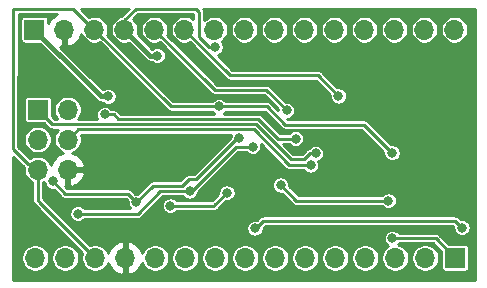
<source format=gbr>
%TF.GenerationSoftware,KiCad,Pcbnew,(5.1.6)-1*%
%TF.CreationDate,2020-11-19T11:34:22+01:00*%
%TF.ProjectId,Karim_Arduino,4b617269-6d5f-4417-9264-75696e6f2e6b,rev?*%
%TF.SameCoordinates,Original*%
%TF.FileFunction,Copper,L2,Bot*%
%TF.FilePolarity,Positive*%
%FSLAX46Y46*%
G04 Gerber Fmt 4.6, Leading zero omitted, Abs format (unit mm)*
G04 Created by KiCad (PCBNEW (5.1.6)-1) date 2020-11-19 11:34:22*
%MOMM*%
%LPD*%
G01*
G04 APERTURE LIST*
%TA.AperFunction,ComponentPad*%
%ADD10O,1.700000X1.700000*%
%TD*%
%TA.AperFunction,ComponentPad*%
%ADD11R,1.700000X1.700000*%
%TD*%
%TA.AperFunction,ViaPad*%
%ADD12C,0.800000*%
%TD*%
%TA.AperFunction,Conductor*%
%ADD13C,0.250000*%
%TD*%
%TA.AperFunction,Conductor*%
%ADD14C,0.400000*%
%TD*%
%TA.AperFunction,Conductor*%
%ADD15C,0.254000*%
%TD*%
G04 APERTURE END LIST*
D10*
%TO.P,J3,15*%
%TO.N,SCK*%
X157130000Y-80925000D03*
%TO.P,J3,14*%
%TO.N,VCC*%
X154590000Y-80925000D03*
%TO.P,J3,13*%
%TO.N,AREF*%
X152050000Y-80925000D03*
%TO.P,J3,12*%
%TO.N,A0*%
X149510000Y-80925000D03*
%TO.P,J3,11*%
%TO.N,A1*%
X146970000Y-80925000D03*
%TO.P,J3,10*%
%TO.N,A2*%
X144430000Y-80925000D03*
%TO.P,J3,9*%
%TO.N,A3*%
X141890000Y-80925000D03*
%TO.P,J3,8*%
%TO.N,A4*%
X139350000Y-80925000D03*
%TO.P,J3,7*%
%TO.N,A5*%
X136810000Y-80925000D03*
%TO.P,J3,6*%
%TO.N,A6*%
X134270000Y-80925000D03*
%TO.P,J3,5*%
%TO.N,A7*%
X131730000Y-80925000D03*
%TO.P,J3,4*%
%TO.N,VCC*%
X129190000Y-80925000D03*
%TO.P,J3,3*%
%TO.N,RESET*%
X126650000Y-80925000D03*
%TO.P,J3,2*%
%TO.N,GND*%
X124110000Y-80925000D03*
D11*
%TO.P,J3,1*%
%TO.N,VIN*%
X121570000Y-80925000D03*
%TD*%
D10*
%TO.P,J2,15*%
%TO.N,Net-(J2-Pad15)*%
X121640000Y-100250000D03*
%TO.P,J2,14*%
%TO.N,Net-(J2-Pad14)*%
X124180000Y-100250000D03*
%TO.P,J2,13*%
%TO.N,RESET*%
X126720000Y-100250000D03*
%TO.P,J2,12*%
%TO.N,GND*%
X129260000Y-100250000D03*
%TO.P,J2,11*%
%TO.N,D2*%
X131800000Y-100250000D03*
%TO.P,J2,10*%
%TO.N,D3*%
X134340000Y-100250000D03*
%TO.P,J2,9*%
%TO.N,D4*%
X136880000Y-100250000D03*
%TO.P,J2,8*%
%TO.N,D5*%
X139420000Y-100250000D03*
%TO.P,J2,7*%
%TO.N,D6*%
X141960000Y-100250000D03*
%TO.P,J2,6*%
%TO.N,D7*%
X144500000Y-100250000D03*
%TO.P,J2,5*%
%TO.N,D8*%
X147040000Y-100250000D03*
%TO.P,J2,4*%
%TO.N,D9*%
X149580000Y-100250000D03*
%TO.P,J2,3*%
%TO.N,D10*%
X152120000Y-100250000D03*
%TO.P,J2,2*%
%TO.N,MISO*%
X154660000Y-100250000D03*
D11*
%TO.P,J2,1*%
%TO.N,MOSI*%
X157200000Y-100250000D03*
%TD*%
D10*
%TO.P,J1,6*%
%TO.N,GND*%
X124390000Y-92770000D03*
%TO.P,J1,5*%
%TO.N,RESET*%
X121850000Y-92770000D03*
%TO.P,J1,4*%
%TO.N,MOSI*%
X124390000Y-90230000D03*
%TO.P,J1,3*%
%TO.N,SCK*%
X121850000Y-90230000D03*
%TO.P,J1,2*%
%TO.N,VCC*%
X124390000Y-87690000D03*
D11*
%TO.P,J1,1*%
%TO.N,MISO*%
X121850000Y-87690000D03*
%TD*%
D12*
%TO.N,VCC*%
X137870000Y-94740000D03*
X133060000Y-95840000D03*
X136860000Y-82410000D03*
X131980000Y-83130000D03*
%TO.N,VIN*%
X127810000Y-86570000D03*
%TO.N,HSE_IN*%
X142410000Y-94080000D03*
X151540000Y-95420000D03*
%TO.N,Net-(C9-Pad1)*%
X157770000Y-97690000D03*
X140240000Y-97740000D03*
%TO.N,TXO*%
X130210000Y-95550000D03*
X138920000Y-90105000D03*
X123130000Y-93770000D03*
%TO.N,RXI*%
X140050000Y-90830000D03*
X134720000Y-94590000D03*
X125250000Y-96510000D03*
%TO.N,MISO*%
X145370000Y-91390510D03*
%TO.N,SCK*%
X143680000Y-90150000D03*
X127520000Y-88110000D03*
%TO.N,MOSI*%
X151870000Y-98580000D03*
X144959534Y-92389238D03*
%TO.N,RESET*%
X137199847Y-87420153D03*
X151850000Y-91360000D03*
%TO.N,A7*%
X142920000Y-87770000D03*
%TO.N,A6*%
X147307970Y-86537970D03*
%TD*%
D13*
%TO.N,VCC*%
X136800000Y-95810000D02*
X137870000Y-94740000D01*
X136770000Y-95840000D02*
X136800000Y-95810000D01*
X133060000Y-95840000D02*
X136770000Y-95840000D01*
X129190000Y-80150000D02*
X129190000Y-80925000D01*
X130194990Y-79145010D02*
X129190000Y-80150000D01*
X135235010Y-79145010D02*
X130194990Y-79145010D01*
X136860000Y-82410000D02*
X136391410Y-82410000D01*
X136391410Y-82410000D02*
X135490000Y-81508590D01*
X135490000Y-81508590D02*
X135490000Y-79400000D01*
X135490000Y-79400000D02*
X135235010Y-79145010D01*
D14*
X131395000Y-83130000D02*
X129190000Y-80925000D01*
X131980000Y-83130000D02*
X131395000Y-83130000D01*
%TO.N,VIN*%
X125815000Y-85170000D02*
X121570000Y-80925000D01*
X127215000Y-86570000D02*
X125815000Y-85170000D01*
X127810000Y-86570000D02*
X127215000Y-86570000D01*
D13*
%TO.N,HSE_IN*%
X151540000Y-95420000D02*
X143760000Y-95420000D01*
X143750000Y-95420000D02*
X143760000Y-95420000D01*
X142410000Y-94080000D02*
X143750000Y-95420000D01*
%TO.N,Net-(C9-Pad1)*%
X157720000Y-97740000D02*
X157770000Y-97690000D01*
X157770000Y-97690000D02*
X157190000Y-97110000D01*
X157190000Y-97110000D02*
X140930000Y-97110000D01*
X140300000Y-97740000D02*
X140240000Y-97740000D01*
X140930000Y-97110000D02*
X140300000Y-97740000D01*
%TO.N,TXO*%
X123130000Y-93770000D02*
X124180000Y-94820000D01*
X129480000Y-94820000D02*
X130210000Y-95550000D01*
X124180000Y-94820000D02*
X129480000Y-94820000D01*
D14*
X138920000Y-90105000D02*
X138920000Y-90110000D01*
D13*
X138728590Y-90105000D02*
X138920000Y-90105000D01*
X131620010Y-94139990D02*
X134097008Y-94139990D01*
X135253590Y-93580000D02*
X138728590Y-90105000D01*
X130210000Y-95550000D02*
X131620010Y-94139990D01*
X134097008Y-94139990D02*
X134656998Y-93580000D01*
X134656998Y-93580000D02*
X135253590Y-93580000D01*
%TO.N,RXI*%
X140050000Y-90830000D02*
X138640000Y-90830000D01*
X130323002Y-96510000D02*
X132243002Y-94590000D01*
X125250000Y-96510000D02*
X130323002Y-96510000D01*
X132243002Y-94590000D02*
X134720000Y-94590000D01*
X134720000Y-94590000D02*
X134880000Y-94590000D01*
X134880000Y-94590000D02*
X138640000Y-90830000D01*
%TO.N,MISO*%
X144885260Y-91390510D02*
X144385770Y-91890000D01*
X145370000Y-91390510D02*
X144885260Y-91390510D01*
X144385770Y-91890000D02*
X143276410Y-91890000D01*
X143276410Y-91890000D02*
X140316399Y-88929989D01*
X123089989Y-88929989D02*
X121850000Y-87690000D01*
X140316399Y-88929989D02*
X123089989Y-88929989D01*
%TO.N,SCK*%
X143680000Y-90150000D02*
X143356706Y-90150000D01*
X142172820Y-90150000D02*
X143680000Y-90150000D01*
X140502800Y-88479980D02*
X142172820Y-90150000D01*
X128685664Y-88479979D02*
X140502800Y-88479980D01*
X127750000Y-88110000D02*
X128315685Y-88110000D01*
X128315685Y-88110000D02*
X128685664Y-88479979D01*
X127750000Y-88110000D02*
X127520000Y-88110000D01*
%TO.N,MOSI*%
X155530000Y-98580000D02*
X157200000Y-100250000D01*
X151870000Y-98580000D02*
X155530000Y-98580000D01*
X140129999Y-89379999D02*
X143139238Y-92389238D01*
X125290001Y-89379999D02*
X140129999Y-89379999D01*
X143139238Y-92389238D02*
X144959534Y-92389238D01*
X124540000Y-89740000D02*
X124930000Y-89740000D01*
X124930000Y-89740000D02*
X125290001Y-89379999D01*
%TO.N,RESET*%
X122000000Y-95530000D02*
X126720000Y-100250000D01*
X133145153Y-87420153D02*
X126650000Y-80925000D01*
X137199847Y-87420153D02*
X133145153Y-87420153D01*
X149450000Y-88960000D02*
X142803116Y-88960000D01*
X141263269Y-87420153D02*
X137199847Y-87420153D01*
X142803116Y-88960000D02*
X141263269Y-87420153D01*
X151850000Y-91360000D02*
X149450000Y-88960000D01*
X126650000Y-80925000D02*
X125210000Y-79485000D01*
X125165000Y-79485000D02*
X124825010Y-79145010D01*
X125210000Y-79485000D02*
X125165000Y-79485000D01*
X124825010Y-79145010D02*
X119774851Y-79145010D01*
X119774851Y-79145010D02*
X119770014Y-90610050D01*
X119770014Y-90610050D02*
X119770014Y-91050014D01*
X121000000Y-92280000D02*
X122000000Y-92280000D01*
X119770014Y-91050014D02*
X121000000Y-92280000D01*
X121850000Y-95380000D02*
X122000000Y-95530000D01*
X121850000Y-92770000D02*
X121850000Y-95380000D01*
%TO.N,A7*%
X131730000Y-80925000D02*
X136415000Y-85610000D01*
X136415000Y-85610000D02*
X136430000Y-85610000D01*
X136415000Y-85610000D02*
X136420000Y-85610000D01*
X136420000Y-85610000D02*
X136840000Y-86030000D01*
X141180000Y-86030000D02*
X142920000Y-87770000D01*
X136840000Y-86030000D02*
X141180000Y-86030000D01*
%TO.N,A6*%
X147307970Y-86537970D02*
X145560000Y-84790000D01*
X138135000Y-84790000D02*
X134270000Y-80925000D01*
X145560000Y-84790000D02*
X138135000Y-84790000D01*
%TD*%
D15*
%TO.N,GND*%
G36*
X128922658Y-79778119D02*
G01*
X128846682Y-79793231D01*
X128632481Y-79881956D01*
X128439706Y-80010764D01*
X128275764Y-80174706D01*
X128146956Y-80367481D01*
X128058231Y-80581682D01*
X128013000Y-80809076D01*
X128013000Y-81040924D01*
X128058231Y-81268318D01*
X128146956Y-81482519D01*
X128275764Y-81675294D01*
X128439706Y-81839236D01*
X128632481Y-81968044D01*
X128846682Y-82056769D01*
X129074076Y-82102000D01*
X129305924Y-82102000D01*
X129533318Y-82056769D01*
X129563838Y-82044127D01*
X131004049Y-83484339D01*
X131020552Y-83504448D01*
X131100798Y-83570304D01*
X131192350Y-83619239D01*
X131291690Y-83649374D01*
X131395000Y-83659549D01*
X131420881Y-83657000D01*
X131478866Y-83657000D01*
X131516564Y-83694698D01*
X131635636Y-83774259D01*
X131767942Y-83829062D01*
X131908397Y-83857000D01*
X132051603Y-83857000D01*
X132192058Y-83829062D01*
X132324364Y-83774259D01*
X132443436Y-83694698D01*
X132544698Y-83593436D01*
X132624259Y-83474364D01*
X132679062Y-83342058D01*
X132707000Y-83201603D01*
X132707000Y-83058397D01*
X132679062Y-82917942D01*
X132624259Y-82785636D01*
X132544698Y-82666564D01*
X132443436Y-82565302D01*
X132324364Y-82485741D01*
X132192058Y-82430938D01*
X132051603Y-82403000D01*
X131908397Y-82403000D01*
X131767942Y-82430938D01*
X131635636Y-82485741D01*
X131551949Y-82541659D01*
X130309127Y-81298838D01*
X130321769Y-81268318D01*
X130367000Y-81040924D01*
X130367000Y-80809076D01*
X130321769Y-80581682D01*
X130233044Y-80367481D01*
X130104236Y-80174706D01*
X129954377Y-80024847D01*
X130382215Y-79597010D01*
X135038001Y-79597010D01*
X135038001Y-80028471D01*
X135020294Y-80010764D01*
X134827519Y-79881956D01*
X134613318Y-79793231D01*
X134385924Y-79748000D01*
X134154076Y-79748000D01*
X133926682Y-79793231D01*
X133712481Y-79881956D01*
X133519706Y-80010764D01*
X133355764Y-80174706D01*
X133226956Y-80367481D01*
X133138231Y-80581682D01*
X133093000Y-80809076D01*
X133093000Y-81040924D01*
X133138231Y-81268318D01*
X133226956Y-81482519D01*
X133355764Y-81675294D01*
X133519706Y-81839236D01*
X133712481Y-81968044D01*
X133926682Y-82056769D01*
X134154076Y-82102000D01*
X134385924Y-82102000D01*
X134613318Y-82056769D01*
X134718838Y-82013061D01*
X137799685Y-85093910D01*
X137813841Y-85111159D01*
X137882667Y-85167643D01*
X137961190Y-85209614D01*
X138026562Y-85229444D01*
X138046392Y-85235460D01*
X138134999Y-85244187D01*
X138157204Y-85242000D01*
X145372777Y-85242000D01*
X146583653Y-86452877D01*
X146580970Y-86466367D01*
X146580970Y-86609573D01*
X146608908Y-86750028D01*
X146663711Y-86882334D01*
X146743272Y-87001406D01*
X146844534Y-87102668D01*
X146963606Y-87182229D01*
X147095912Y-87237032D01*
X147236367Y-87264970D01*
X147379573Y-87264970D01*
X147520028Y-87237032D01*
X147652334Y-87182229D01*
X147771406Y-87102668D01*
X147872668Y-87001406D01*
X147952229Y-86882334D01*
X148007032Y-86750028D01*
X148034970Y-86609573D01*
X148034970Y-86466367D01*
X148007032Y-86325912D01*
X147952229Y-86193606D01*
X147872668Y-86074534D01*
X147771406Y-85973272D01*
X147652334Y-85893711D01*
X147520028Y-85838908D01*
X147379573Y-85810970D01*
X147236367Y-85810970D01*
X147222877Y-85813653D01*
X145895323Y-84486100D01*
X145881159Y-84468841D01*
X145812333Y-84412357D01*
X145733810Y-84370386D01*
X145648607Y-84344540D01*
X145582205Y-84338000D01*
X145560000Y-84335813D01*
X145537795Y-84338000D01*
X138322225Y-84338000D01*
X137087069Y-83102844D01*
X137204364Y-83054259D01*
X137323436Y-82974698D01*
X137424698Y-82873436D01*
X137504259Y-82754364D01*
X137559062Y-82622058D01*
X137587000Y-82481603D01*
X137587000Y-82338397D01*
X137559062Y-82197942D01*
X137504259Y-82065636D01*
X137424698Y-81946564D01*
X137414672Y-81936538D01*
X137560294Y-81839236D01*
X137724236Y-81675294D01*
X137853044Y-81482519D01*
X137941769Y-81268318D01*
X137987000Y-81040924D01*
X137987000Y-80809076D01*
X138173000Y-80809076D01*
X138173000Y-81040924D01*
X138218231Y-81268318D01*
X138306956Y-81482519D01*
X138435764Y-81675294D01*
X138599706Y-81839236D01*
X138792481Y-81968044D01*
X139006682Y-82056769D01*
X139234076Y-82102000D01*
X139465924Y-82102000D01*
X139693318Y-82056769D01*
X139907519Y-81968044D01*
X140100294Y-81839236D01*
X140264236Y-81675294D01*
X140393044Y-81482519D01*
X140481769Y-81268318D01*
X140527000Y-81040924D01*
X140527000Y-80809076D01*
X140713000Y-80809076D01*
X140713000Y-81040924D01*
X140758231Y-81268318D01*
X140846956Y-81482519D01*
X140975764Y-81675294D01*
X141139706Y-81839236D01*
X141332481Y-81968044D01*
X141546682Y-82056769D01*
X141774076Y-82102000D01*
X142005924Y-82102000D01*
X142233318Y-82056769D01*
X142447519Y-81968044D01*
X142640294Y-81839236D01*
X142804236Y-81675294D01*
X142933044Y-81482519D01*
X143021769Y-81268318D01*
X143067000Y-81040924D01*
X143067000Y-80809076D01*
X143253000Y-80809076D01*
X143253000Y-81040924D01*
X143298231Y-81268318D01*
X143386956Y-81482519D01*
X143515764Y-81675294D01*
X143679706Y-81839236D01*
X143872481Y-81968044D01*
X144086682Y-82056769D01*
X144314076Y-82102000D01*
X144545924Y-82102000D01*
X144773318Y-82056769D01*
X144987519Y-81968044D01*
X145180294Y-81839236D01*
X145344236Y-81675294D01*
X145473044Y-81482519D01*
X145561769Y-81268318D01*
X145607000Y-81040924D01*
X145607000Y-80809076D01*
X145793000Y-80809076D01*
X145793000Y-81040924D01*
X145838231Y-81268318D01*
X145926956Y-81482519D01*
X146055764Y-81675294D01*
X146219706Y-81839236D01*
X146412481Y-81968044D01*
X146626682Y-82056769D01*
X146854076Y-82102000D01*
X147085924Y-82102000D01*
X147313318Y-82056769D01*
X147527519Y-81968044D01*
X147720294Y-81839236D01*
X147884236Y-81675294D01*
X148013044Y-81482519D01*
X148101769Y-81268318D01*
X148147000Y-81040924D01*
X148147000Y-80809076D01*
X148333000Y-80809076D01*
X148333000Y-81040924D01*
X148378231Y-81268318D01*
X148466956Y-81482519D01*
X148595764Y-81675294D01*
X148759706Y-81839236D01*
X148952481Y-81968044D01*
X149166682Y-82056769D01*
X149394076Y-82102000D01*
X149625924Y-82102000D01*
X149853318Y-82056769D01*
X150067519Y-81968044D01*
X150260294Y-81839236D01*
X150424236Y-81675294D01*
X150553044Y-81482519D01*
X150641769Y-81268318D01*
X150687000Y-81040924D01*
X150687000Y-80809076D01*
X150873000Y-80809076D01*
X150873000Y-81040924D01*
X150918231Y-81268318D01*
X151006956Y-81482519D01*
X151135764Y-81675294D01*
X151299706Y-81839236D01*
X151492481Y-81968044D01*
X151706682Y-82056769D01*
X151934076Y-82102000D01*
X152165924Y-82102000D01*
X152393318Y-82056769D01*
X152607519Y-81968044D01*
X152800294Y-81839236D01*
X152964236Y-81675294D01*
X153093044Y-81482519D01*
X153181769Y-81268318D01*
X153227000Y-81040924D01*
X153227000Y-80809076D01*
X153413000Y-80809076D01*
X153413000Y-81040924D01*
X153458231Y-81268318D01*
X153546956Y-81482519D01*
X153675764Y-81675294D01*
X153839706Y-81839236D01*
X154032481Y-81968044D01*
X154246682Y-82056769D01*
X154474076Y-82102000D01*
X154705924Y-82102000D01*
X154933318Y-82056769D01*
X155147519Y-81968044D01*
X155340294Y-81839236D01*
X155504236Y-81675294D01*
X155633044Y-81482519D01*
X155721769Y-81268318D01*
X155767000Y-81040924D01*
X155767000Y-80809076D01*
X155953000Y-80809076D01*
X155953000Y-81040924D01*
X155998231Y-81268318D01*
X156086956Y-81482519D01*
X156215764Y-81675294D01*
X156379706Y-81839236D01*
X156572481Y-81968044D01*
X156786682Y-82056769D01*
X157014076Y-82102000D01*
X157245924Y-82102000D01*
X157473318Y-82056769D01*
X157687519Y-81968044D01*
X157880294Y-81839236D01*
X158044236Y-81675294D01*
X158173044Y-81482519D01*
X158261769Y-81268318D01*
X158307000Y-81040924D01*
X158307000Y-80809076D01*
X158261769Y-80581682D01*
X158173044Y-80367481D01*
X158044236Y-80174706D01*
X157880294Y-80010764D01*
X157687519Y-79881956D01*
X157473318Y-79793231D01*
X157245924Y-79748000D01*
X157014076Y-79748000D01*
X156786682Y-79793231D01*
X156572481Y-79881956D01*
X156379706Y-80010764D01*
X156215764Y-80174706D01*
X156086956Y-80367481D01*
X155998231Y-80581682D01*
X155953000Y-80809076D01*
X155767000Y-80809076D01*
X155721769Y-80581682D01*
X155633044Y-80367481D01*
X155504236Y-80174706D01*
X155340294Y-80010764D01*
X155147519Y-79881956D01*
X154933318Y-79793231D01*
X154705924Y-79748000D01*
X154474076Y-79748000D01*
X154246682Y-79793231D01*
X154032481Y-79881956D01*
X153839706Y-80010764D01*
X153675764Y-80174706D01*
X153546956Y-80367481D01*
X153458231Y-80581682D01*
X153413000Y-80809076D01*
X153227000Y-80809076D01*
X153181769Y-80581682D01*
X153093044Y-80367481D01*
X152964236Y-80174706D01*
X152800294Y-80010764D01*
X152607519Y-79881956D01*
X152393318Y-79793231D01*
X152165924Y-79748000D01*
X151934076Y-79748000D01*
X151706682Y-79793231D01*
X151492481Y-79881956D01*
X151299706Y-80010764D01*
X151135764Y-80174706D01*
X151006956Y-80367481D01*
X150918231Y-80581682D01*
X150873000Y-80809076D01*
X150687000Y-80809076D01*
X150641769Y-80581682D01*
X150553044Y-80367481D01*
X150424236Y-80174706D01*
X150260294Y-80010764D01*
X150067519Y-79881956D01*
X149853318Y-79793231D01*
X149625924Y-79748000D01*
X149394076Y-79748000D01*
X149166682Y-79793231D01*
X148952481Y-79881956D01*
X148759706Y-80010764D01*
X148595764Y-80174706D01*
X148466956Y-80367481D01*
X148378231Y-80581682D01*
X148333000Y-80809076D01*
X148147000Y-80809076D01*
X148101769Y-80581682D01*
X148013044Y-80367481D01*
X147884236Y-80174706D01*
X147720294Y-80010764D01*
X147527519Y-79881956D01*
X147313318Y-79793231D01*
X147085924Y-79748000D01*
X146854076Y-79748000D01*
X146626682Y-79793231D01*
X146412481Y-79881956D01*
X146219706Y-80010764D01*
X146055764Y-80174706D01*
X145926956Y-80367481D01*
X145838231Y-80581682D01*
X145793000Y-80809076D01*
X145607000Y-80809076D01*
X145561769Y-80581682D01*
X145473044Y-80367481D01*
X145344236Y-80174706D01*
X145180294Y-80010764D01*
X144987519Y-79881956D01*
X144773318Y-79793231D01*
X144545924Y-79748000D01*
X144314076Y-79748000D01*
X144086682Y-79793231D01*
X143872481Y-79881956D01*
X143679706Y-80010764D01*
X143515764Y-80174706D01*
X143386956Y-80367481D01*
X143298231Y-80581682D01*
X143253000Y-80809076D01*
X143067000Y-80809076D01*
X143021769Y-80581682D01*
X142933044Y-80367481D01*
X142804236Y-80174706D01*
X142640294Y-80010764D01*
X142447519Y-79881956D01*
X142233318Y-79793231D01*
X142005924Y-79748000D01*
X141774076Y-79748000D01*
X141546682Y-79793231D01*
X141332481Y-79881956D01*
X141139706Y-80010764D01*
X140975764Y-80174706D01*
X140846956Y-80367481D01*
X140758231Y-80581682D01*
X140713000Y-80809076D01*
X140527000Y-80809076D01*
X140481769Y-80581682D01*
X140393044Y-80367481D01*
X140264236Y-80174706D01*
X140100294Y-80010764D01*
X139907519Y-79881956D01*
X139693318Y-79793231D01*
X139465924Y-79748000D01*
X139234076Y-79748000D01*
X139006682Y-79793231D01*
X138792481Y-79881956D01*
X138599706Y-80010764D01*
X138435764Y-80174706D01*
X138306956Y-80367481D01*
X138218231Y-80581682D01*
X138173000Y-80809076D01*
X137987000Y-80809076D01*
X137941769Y-80581682D01*
X137853044Y-80367481D01*
X137724236Y-80174706D01*
X137560294Y-80010764D01*
X137367519Y-79881956D01*
X137153318Y-79793231D01*
X136925924Y-79748000D01*
X136694076Y-79748000D01*
X136466682Y-79793231D01*
X136252481Y-79881956D01*
X136059706Y-80010764D01*
X135942000Y-80128470D01*
X135942000Y-79422204D01*
X135944187Y-79399999D01*
X135935460Y-79311392D01*
X135929444Y-79291562D01*
X135909614Y-79226190D01*
X135867643Y-79147667D01*
X135867096Y-79147000D01*
X158833001Y-79147000D01*
X158833000Y-102093000D01*
X119767159Y-102093000D01*
X119767985Y-100134076D01*
X120463000Y-100134076D01*
X120463000Y-100365924D01*
X120508231Y-100593318D01*
X120596956Y-100807519D01*
X120725764Y-101000294D01*
X120889706Y-101164236D01*
X121082481Y-101293044D01*
X121296682Y-101381769D01*
X121524076Y-101427000D01*
X121755924Y-101427000D01*
X121983318Y-101381769D01*
X122197519Y-101293044D01*
X122390294Y-101164236D01*
X122554236Y-101000294D01*
X122683044Y-100807519D01*
X122771769Y-100593318D01*
X122817000Y-100365924D01*
X122817000Y-100134076D01*
X123003000Y-100134076D01*
X123003000Y-100365924D01*
X123048231Y-100593318D01*
X123136956Y-100807519D01*
X123265764Y-101000294D01*
X123429706Y-101164236D01*
X123622481Y-101293044D01*
X123836682Y-101381769D01*
X124064076Y-101427000D01*
X124295924Y-101427000D01*
X124523318Y-101381769D01*
X124737519Y-101293044D01*
X124930294Y-101164236D01*
X125094236Y-101000294D01*
X125223044Y-100807519D01*
X125311769Y-100593318D01*
X125357000Y-100365924D01*
X125357000Y-100134076D01*
X125311769Y-99906682D01*
X125223044Y-99692481D01*
X125094236Y-99499706D01*
X124930294Y-99335764D01*
X124737519Y-99206956D01*
X124523318Y-99118231D01*
X124295924Y-99073000D01*
X124064076Y-99073000D01*
X123836682Y-99118231D01*
X123622481Y-99206956D01*
X123429706Y-99335764D01*
X123265764Y-99499706D01*
X123136956Y-99692481D01*
X123048231Y-99906682D01*
X123003000Y-100134076D01*
X122817000Y-100134076D01*
X122771769Y-99906682D01*
X122683044Y-99692481D01*
X122554236Y-99499706D01*
X122390294Y-99335764D01*
X122197519Y-99206956D01*
X121983318Y-99118231D01*
X121755924Y-99073000D01*
X121524076Y-99073000D01*
X121296682Y-99118231D01*
X121082481Y-99206956D01*
X120889706Y-99335764D01*
X120725764Y-99499706D01*
X120596956Y-99692481D01*
X120508231Y-99906682D01*
X120463000Y-100134076D01*
X119767985Y-100134076D01*
X119771548Y-91690771D01*
X120664681Y-92583905D01*
X120678841Y-92601159D01*
X120682868Y-92604464D01*
X120673000Y-92654076D01*
X120673000Y-92885924D01*
X120718231Y-93113318D01*
X120806956Y-93327519D01*
X120935764Y-93520294D01*
X121099706Y-93684236D01*
X121292481Y-93813044D01*
X121398000Y-93856752D01*
X121398001Y-95357785D01*
X121395813Y-95380000D01*
X121404540Y-95468607D01*
X121430386Y-95553809D01*
X121451767Y-95593810D01*
X121472358Y-95632333D01*
X121528842Y-95701159D01*
X121546096Y-95715319D01*
X125631939Y-99801162D01*
X125588231Y-99906682D01*
X125543000Y-100134076D01*
X125543000Y-100365924D01*
X125588231Y-100593318D01*
X125676956Y-100807519D01*
X125805764Y-101000294D01*
X125969706Y-101164236D01*
X126162481Y-101293044D01*
X126376682Y-101381769D01*
X126604076Y-101427000D01*
X126835924Y-101427000D01*
X127063318Y-101381769D01*
X127277519Y-101293044D01*
X127470294Y-101164236D01*
X127634236Y-101000294D01*
X127763044Y-100807519D01*
X127831264Y-100642821D01*
X127915843Y-100881252D01*
X128064822Y-101131355D01*
X128259731Y-101347588D01*
X128493080Y-101521641D01*
X128755901Y-101646825D01*
X128903110Y-101691476D01*
X129133000Y-101570155D01*
X129133000Y-100377000D01*
X129113000Y-100377000D01*
X129113000Y-100123000D01*
X129133000Y-100123000D01*
X129133000Y-98929845D01*
X129387000Y-98929845D01*
X129387000Y-100123000D01*
X129407000Y-100123000D01*
X129407000Y-100377000D01*
X129387000Y-100377000D01*
X129387000Y-101570155D01*
X129616890Y-101691476D01*
X129764099Y-101646825D01*
X130026920Y-101521641D01*
X130260269Y-101347588D01*
X130455178Y-101131355D01*
X130604157Y-100881252D01*
X130688736Y-100642821D01*
X130756956Y-100807519D01*
X130885764Y-101000294D01*
X131049706Y-101164236D01*
X131242481Y-101293044D01*
X131456682Y-101381769D01*
X131684076Y-101427000D01*
X131915924Y-101427000D01*
X132143318Y-101381769D01*
X132357519Y-101293044D01*
X132550294Y-101164236D01*
X132714236Y-101000294D01*
X132843044Y-100807519D01*
X132931769Y-100593318D01*
X132977000Y-100365924D01*
X132977000Y-100134076D01*
X133163000Y-100134076D01*
X133163000Y-100365924D01*
X133208231Y-100593318D01*
X133296956Y-100807519D01*
X133425764Y-101000294D01*
X133589706Y-101164236D01*
X133782481Y-101293044D01*
X133996682Y-101381769D01*
X134224076Y-101427000D01*
X134455924Y-101427000D01*
X134683318Y-101381769D01*
X134897519Y-101293044D01*
X135090294Y-101164236D01*
X135254236Y-101000294D01*
X135383044Y-100807519D01*
X135471769Y-100593318D01*
X135517000Y-100365924D01*
X135517000Y-100134076D01*
X135703000Y-100134076D01*
X135703000Y-100365924D01*
X135748231Y-100593318D01*
X135836956Y-100807519D01*
X135965764Y-101000294D01*
X136129706Y-101164236D01*
X136322481Y-101293044D01*
X136536682Y-101381769D01*
X136764076Y-101427000D01*
X136995924Y-101427000D01*
X137223318Y-101381769D01*
X137437519Y-101293044D01*
X137630294Y-101164236D01*
X137794236Y-101000294D01*
X137923044Y-100807519D01*
X138011769Y-100593318D01*
X138057000Y-100365924D01*
X138057000Y-100134076D01*
X138243000Y-100134076D01*
X138243000Y-100365924D01*
X138288231Y-100593318D01*
X138376956Y-100807519D01*
X138505764Y-101000294D01*
X138669706Y-101164236D01*
X138862481Y-101293044D01*
X139076682Y-101381769D01*
X139304076Y-101427000D01*
X139535924Y-101427000D01*
X139763318Y-101381769D01*
X139977519Y-101293044D01*
X140170294Y-101164236D01*
X140334236Y-101000294D01*
X140463044Y-100807519D01*
X140551769Y-100593318D01*
X140597000Y-100365924D01*
X140597000Y-100134076D01*
X140783000Y-100134076D01*
X140783000Y-100365924D01*
X140828231Y-100593318D01*
X140916956Y-100807519D01*
X141045764Y-101000294D01*
X141209706Y-101164236D01*
X141402481Y-101293044D01*
X141616682Y-101381769D01*
X141844076Y-101427000D01*
X142075924Y-101427000D01*
X142303318Y-101381769D01*
X142517519Y-101293044D01*
X142710294Y-101164236D01*
X142874236Y-101000294D01*
X143003044Y-100807519D01*
X143091769Y-100593318D01*
X143137000Y-100365924D01*
X143137000Y-100134076D01*
X143323000Y-100134076D01*
X143323000Y-100365924D01*
X143368231Y-100593318D01*
X143456956Y-100807519D01*
X143585764Y-101000294D01*
X143749706Y-101164236D01*
X143942481Y-101293044D01*
X144156682Y-101381769D01*
X144384076Y-101427000D01*
X144615924Y-101427000D01*
X144843318Y-101381769D01*
X145057519Y-101293044D01*
X145250294Y-101164236D01*
X145414236Y-101000294D01*
X145543044Y-100807519D01*
X145631769Y-100593318D01*
X145677000Y-100365924D01*
X145677000Y-100134076D01*
X145863000Y-100134076D01*
X145863000Y-100365924D01*
X145908231Y-100593318D01*
X145996956Y-100807519D01*
X146125764Y-101000294D01*
X146289706Y-101164236D01*
X146482481Y-101293044D01*
X146696682Y-101381769D01*
X146924076Y-101427000D01*
X147155924Y-101427000D01*
X147383318Y-101381769D01*
X147597519Y-101293044D01*
X147790294Y-101164236D01*
X147954236Y-101000294D01*
X148083044Y-100807519D01*
X148171769Y-100593318D01*
X148217000Y-100365924D01*
X148217000Y-100134076D01*
X148403000Y-100134076D01*
X148403000Y-100365924D01*
X148448231Y-100593318D01*
X148536956Y-100807519D01*
X148665764Y-101000294D01*
X148829706Y-101164236D01*
X149022481Y-101293044D01*
X149236682Y-101381769D01*
X149464076Y-101427000D01*
X149695924Y-101427000D01*
X149923318Y-101381769D01*
X150137519Y-101293044D01*
X150330294Y-101164236D01*
X150494236Y-101000294D01*
X150623044Y-100807519D01*
X150711769Y-100593318D01*
X150757000Y-100365924D01*
X150757000Y-100134076D01*
X150943000Y-100134076D01*
X150943000Y-100365924D01*
X150988231Y-100593318D01*
X151076956Y-100807519D01*
X151205764Y-101000294D01*
X151369706Y-101164236D01*
X151562481Y-101293044D01*
X151776682Y-101381769D01*
X152004076Y-101427000D01*
X152235924Y-101427000D01*
X152463318Y-101381769D01*
X152677519Y-101293044D01*
X152870294Y-101164236D01*
X153034236Y-101000294D01*
X153163044Y-100807519D01*
X153251769Y-100593318D01*
X153297000Y-100365924D01*
X153297000Y-100134076D01*
X153483000Y-100134076D01*
X153483000Y-100365924D01*
X153528231Y-100593318D01*
X153616956Y-100807519D01*
X153745764Y-101000294D01*
X153909706Y-101164236D01*
X154102481Y-101293044D01*
X154316682Y-101381769D01*
X154544076Y-101427000D01*
X154775924Y-101427000D01*
X155003318Y-101381769D01*
X155217519Y-101293044D01*
X155410294Y-101164236D01*
X155574236Y-101000294D01*
X155703044Y-100807519D01*
X155791769Y-100593318D01*
X155837000Y-100365924D01*
X155837000Y-100134076D01*
X155791769Y-99906682D01*
X155703044Y-99692481D01*
X155574236Y-99499706D01*
X155410294Y-99335764D01*
X155217519Y-99206956D01*
X155003318Y-99118231D01*
X154775924Y-99073000D01*
X154544076Y-99073000D01*
X154316682Y-99118231D01*
X154102481Y-99206956D01*
X153909706Y-99335764D01*
X153745764Y-99499706D01*
X153616956Y-99692481D01*
X153528231Y-99906682D01*
X153483000Y-100134076D01*
X153297000Y-100134076D01*
X153251769Y-99906682D01*
X153163044Y-99692481D01*
X153034236Y-99499706D01*
X152870294Y-99335764D01*
X152677519Y-99206956D01*
X152463318Y-99118231D01*
X152377061Y-99101073D01*
X152434698Y-99043436D01*
X152442339Y-99032000D01*
X155342777Y-99032000D01*
X156021418Y-99710641D01*
X156021418Y-101100000D01*
X156027732Y-101164103D01*
X156046430Y-101225743D01*
X156076794Y-101282550D01*
X156117657Y-101332343D01*
X156167450Y-101373206D01*
X156224257Y-101403570D01*
X156285897Y-101422268D01*
X156350000Y-101428582D01*
X158050000Y-101428582D01*
X158114103Y-101422268D01*
X158175743Y-101403570D01*
X158232550Y-101373206D01*
X158282343Y-101332343D01*
X158323206Y-101282550D01*
X158353570Y-101225743D01*
X158372268Y-101164103D01*
X158378582Y-101100000D01*
X158378582Y-99400000D01*
X158372268Y-99335897D01*
X158353570Y-99274257D01*
X158323206Y-99217450D01*
X158282343Y-99167657D01*
X158232550Y-99126794D01*
X158175743Y-99096430D01*
X158114103Y-99077732D01*
X158050000Y-99071418D01*
X156660641Y-99071418D01*
X155865323Y-98276100D01*
X155851159Y-98258841D01*
X155782333Y-98202357D01*
X155703810Y-98160386D01*
X155618607Y-98134540D01*
X155552205Y-98128000D01*
X155530000Y-98125813D01*
X155507795Y-98128000D01*
X152442339Y-98128000D01*
X152434698Y-98116564D01*
X152333436Y-98015302D01*
X152214364Y-97935741D01*
X152082058Y-97880938D01*
X151941603Y-97853000D01*
X151798397Y-97853000D01*
X151657942Y-97880938D01*
X151525636Y-97935741D01*
X151406564Y-98015302D01*
X151305302Y-98116564D01*
X151225741Y-98235636D01*
X151170938Y-98367942D01*
X151143000Y-98508397D01*
X151143000Y-98651603D01*
X151170938Y-98792058D01*
X151225741Y-98924364D01*
X151305302Y-99043436D01*
X151406564Y-99144698D01*
X151525636Y-99224259D01*
X151532395Y-99227059D01*
X151369706Y-99335764D01*
X151205764Y-99499706D01*
X151076956Y-99692481D01*
X150988231Y-99906682D01*
X150943000Y-100134076D01*
X150757000Y-100134076D01*
X150711769Y-99906682D01*
X150623044Y-99692481D01*
X150494236Y-99499706D01*
X150330294Y-99335764D01*
X150137519Y-99206956D01*
X149923318Y-99118231D01*
X149695924Y-99073000D01*
X149464076Y-99073000D01*
X149236682Y-99118231D01*
X149022481Y-99206956D01*
X148829706Y-99335764D01*
X148665764Y-99499706D01*
X148536956Y-99692481D01*
X148448231Y-99906682D01*
X148403000Y-100134076D01*
X148217000Y-100134076D01*
X148171769Y-99906682D01*
X148083044Y-99692481D01*
X147954236Y-99499706D01*
X147790294Y-99335764D01*
X147597519Y-99206956D01*
X147383318Y-99118231D01*
X147155924Y-99073000D01*
X146924076Y-99073000D01*
X146696682Y-99118231D01*
X146482481Y-99206956D01*
X146289706Y-99335764D01*
X146125764Y-99499706D01*
X145996956Y-99692481D01*
X145908231Y-99906682D01*
X145863000Y-100134076D01*
X145677000Y-100134076D01*
X145631769Y-99906682D01*
X145543044Y-99692481D01*
X145414236Y-99499706D01*
X145250294Y-99335764D01*
X145057519Y-99206956D01*
X144843318Y-99118231D01*
X144615924Y-99073000D01*
X144384076Y-99073000D01*
X144156682Y-99118231D01*
X143942481Y-99206956D01*
X143749706Y-99335764D01*
X143585764Y-99499706D01*
X143456956Y-99692481D01*
X143368231Y-99906682D01*
X143323000Y-100134076D01*
X143137000Y-100134076D01*
X143091769Y-99906682D01*
X143003044Y-99692481D01*
X142874236Y-99499706D01*
X142710294Y-99335764D01*
X142517519Y-99206956D01*
X142303318Y-99118231D01*
X142075924Y-99073000D01*
X141844076Y-99073000D01*
X141616682Y-99118231D01*
X141402481Y-99206956D01*
X141209706Y-99335764D01*
X141045764Y-99499706D01*
X140916956Y-99692481D01*
X140828231Y-99906682D01*
X140783000Y-100134076D01*
X140597000Y-100134076D01*
X140551769Y-99906682D01*
X140463044Y-99692481D01*
X140334236Y-99499706D01*
X140170294Y-99335764D01*
X139977519Y-99206956D01*
X139763318Y-99118231D01*
X139535924Y-99073000D01*
X139304076Y-99073000D01*
X139076682Y-99118231D01*
X138862481Y-99206956D01*
X138669706Y-99335764D01*
X138505764Y-99499706D01*
X138376956Y-99692481D01*
X138288231Y-99906682D01*
X138243000Y-100134076D01*
X138057000Y-100134076D01*
X138011769Y-99906682D01*
X137923044Y-99692481D01*
X137794236Y-99499706D01*
X137630294Y-99335764D01*
X137437519Y-99206956D01*
X137223318Y-99118231D01*
X136995924Y-99073000D01*
X136764076Y-99073000D01*
X136536682Y-99118231D01*
X136322481Y-99206956D01*
X136129706Y-99335764D01*
X135965764Y-99499706D01*
X135836956Y-99692481D01*
X135748231Y-99906682D01*
X135703000Y-100134076D01*
X135517000Y-100134076D01*
X135471769Y-99906682D01*
X135383044Y-99692481D01*
X135254236Y-99499706D01*
X135090294Y-99335764D01*
X134897519Y-99206956D01*
X134683318Y-99118231D01*
X134455924Y-99073000D01*
X134224076Y-99073000D01*
X133996682Y-99118231D01*
X133782481Y-99206956D01*
X133589706Y-99335764D01*
X133425764Y-99499706D01*
X133296956Y-99692481D01*
X133208231Y-99906682D01*
X133163000Y-100134076D01*
X132977000Y-100134076D01*
X132931769Y-99906682D01*
X132843044Y-99692481D01*
X132714236Y-99499706D01*
X132550294Y-99335764D01*
X132357519Y-99206956D01*
X132143318Y-99118231D01*
X131915924Y-99073000D01*
X131684076Y-99073000D01*
X131456682Y-99118231D01*
X131242481Y-99206956D01*
X131049706Y-99335764D01*
X130885764Y-99499706D01*
X130756956Y-99692481D01*
X130688736Y-99857179D01*
X130604157Y-99618748D01*
X130455178Y-99368645D01*
X130260269Y-99152412D01*
X130026920Y-98978359D01*
X129764099Y-98853175D01*
X129616890Y-98808524D01*
X129387000Y-98929845D01*
X129133000Y-98929845D01*
X128903110Y-98808524D01*
X128755901Y-98853175D01*
X128493080Y-98978359D01*
X128259731Y-99152412D01*
X128064822Y-99368645D01*
X127915843Y-99618748D01*
X127831264Y-99857179D01*
X127763044Y-99692481D01*
X127634236Y-99499706D01*
X127470294Y-99335764D01*
X127277519Y-99206956D01*
X127063318Y-99118231D01*
X126835924Y-99073000D01*
X126604076Y-99073000D01*
X126376682Y-99118231D01*
X126271162Y-99161939D01*
X124777620Y-97668397D01*
X139513000Y-97668397D01*
X139513000Y-97811603D01*
X139540938Y-97952058D01*
X139595741Y-98084364D01*
X139675302Y-98203436D01*
X139776564Y-98304698D01*
X139895636Y-98384259D01*
X140027942Y-98439062D01*
X140168397Y-98467000D01*
X140311603Y-98467000D01*
X140452058Y-98439062D01*
X140584364Y-98384259D01*
X140703436Y-98304698D01*
X140804698Y-98203436D01*
X140884259Y-98084364D01*
X140939062Y-97952058D01*
X140967000Y-97811603D01*
X140967000Y-97712224D01*
X141117224Y-97562000D01*
X157002777Y-97562000D01*
X157045683Y-97604907D01*
X157043000Y-97618397D01*
X157043000Y-97761603D01*
X157070938Y-97902058D01*
X157125741Y-98034364D01*
X157205302Y-98153436D01*
X157306564Y-98254698D01*
X157425636Y-98334259D01*
X157557942Y-98389062D01*
X157698397Y-98417000D01*
X157841603Y-98417000D01*
X157982058Y-98389062D01*
X158114364Y-98334259D01*
X158233436Y-98254698D01*
X158334698Y-98153436D01*
X158414259Y-98034364D01*
X158469062Y-97902058D01*
X158497000Y-97761603D01*
X158497000Y-97618397D01*
X158469062Y-97477942D01*
X158414259Y-97345636D01*
X158334698Y-97226564D01*
X158233436Y-97125302D01*
X158114364Y-97045741D01*
X157982058Y-96990938D01*
X157841603Y-96963000D01*
X157698397Y-96963000D01*
X157684907Y-96965683D01*
X157525323Y-96806100D01*
X157511159Y-96788841D01*
X157442333Y-96732357D01*
X157363810Y-96690386D01*
X157278607Y-96664540D01*
X157212205Y-96658000D01*
X157190000Y-96655813D01*
X157167795Y-96658000D01*
X140952205Y-96658000D01*
X140930000Y-96655813D01*
X140841392Y-96664540D01*
X140777868Y-96683810D01*
X140756190Y-96690386D01*
X140677667Y-96732357D01*
X140608841Y-96788841D01*
X140594681Y-96806095D01*
X140375138Y-97025638D01*
X140311603Y-97013000D01*
X140168397Y-97013000D01*
X140027942Y-97040938D01*
X139895636Y-97095741D01*
X139776564Y-97175302D01*
X139675302Y-97276564D01*
X139595741Y-97395636D01*
X139540938Y-97527942D01*
X139513000Y-97668397D01*
X124777620Y-97668397D01*
X122302000Y-95192777D01*
X122302000Y-93856751D01*
X122403000Y-93814916D01*
X122403000Y-93841603D01*
X122430938Y-93982058D01*
X122485741Y-94114364D01*
X122565302Y-94233436D01*
X122666564Y-94334698D01*
X122785636Y-94414259D01*
X122917942Y-94469062D01*
X123058397Y-94497000D01*
X123201603Y-94497000D01*
X123215093Y-94494317D01*
X123844685Y-95123910D01*
X123858841Y-95141159D01*
X123927667Y-95197643D01*
X124006190Y-95239614D01*
X124071562Y-95259444D01*
X124091392Y-95265460D01*
X124179999Y-95274187D01*
X124202204Y-95272000D01*
X129292777Y-95272000D01*
X129485683Y-95464907D01*
X129483000Y-95478397D01*
X129483000Y-95621603D01*
X129510938Y-95762058D01*
X129565741Y-95894364D01*
X129645302Y-96013436D01*
X129689866Y-96058000D01*
X125822339Y-96058000D01*
X125814698Y-96046564D01*
X125713436Y-95945302D01*
X125594364Y-95865741D01*
X125462058Y-95810938D01*
X125321603Y-95783000D01*
X125178397Y-95783000D01*
X125037942Y-95810938D01*
X124905636Y-95865741D01*
X124786564Y-95945302D01*
X124685302Y-96046564D01*
X124605741Y-96165636D01*
X124550938Y-96297942D01*
X124523000Y-96438397D01*
X124523000Y-96581603D01*
X124550938Y-96722058D01*
X124605741Y-96854364D01*
X124685302Y-96973436D01*
X124786564Y-97074698D01*
X124905636Y-97154259D01*
X125037942Y-97209062D01*
X125178397Y-97237000D01*
X125321603Y-97237000D01*
X125462058Y-97209062D01*
X125594364Y-97154259D01*
X125713436Y-97074698D01*
X125814698Y-96973436D01*
X125822339Y-96962000D01*
X130300797Y-96962000D01*
X130323002Y-96964187D01*
X130345207Y-96962000D01*
X130411609Y-96955460D01*
X130496812Y-96929614D01*
X130575335Y-96887643D01*
X130644161Y-96831159D01*
X130658325Y-96813900D01*
X131703828Y-95768397D01*
X132333000Y-95768397D01*
X132333000Y-95911603D01*
X132360938Y-96052058D01*
X132415741Y-96184364D01*
X132495302Y-96303436D01*
X132596564Y-96404698D01*
X132715636Y-96484259D01*
X132847942Y-96539062D01*
X132988397Y-96567000D01*
X133131603Y-96567000D01*
X133272058Y-96539062D01*
X133404364Y-96484259D01*
X133523436Y-96404698D01*
X133624698Y-96303436D01*
X133632339Y-96292000D01*
X136747795Y-96292000D01*
X136770000Y-96294187D01*
X136792205Y-96292000D01*
X136858607Y-96285460D01*
X136943810Y-96259614D01*
X137022333Y-96217643D01*
X137091159Y-96161159D01*
X137105321Y-96143902D01*
X137135313Y-96113911D01*
X137135317Y-96113906D01*
X137784907Y-95464317D01*
X137798397Y-95467000D01*
X137941603Y-95467000D01*
X138082058Y-95439062D01*
X138214364Y-95384259D01*
X138333436Y-95304698D01*
X138434698Y-95203436D01*
X138514259Y-95084364D01*
X138569062Y-94952058D01*
X138597000Y-94811603D01*
X138597000Y-94668397D01*
X138569062Y-94527942D01*
X138514259Y-94395636D01*
X138434698Y-94276564D01*
X138333436Y-94175302D01*
X138214364Y-94095741D01*
X138082058Y-94040938D01*
X137941603Y-94013000D01*
X137798397Y-94013000D01*
X137657942Y-94040938D01*
X137525636Y-94095741D01*
X137406564Y-94175302D01*
X137305302Y-94276564D01*
X137225741Y-94395636D01*
X137170938Y-94527942D01*
X137143000Y-94668397D01*
X137143000Y-94811603D01*
X137145683Y-94825093D01*
X136582777Y-95388000D01*
X133632339Y-95388000D01*
X133624698Y-95376564D01*
X133523436Y-95275302D01*
X133404364Y-95195741D01*
X133272058Y-95140938D01*
X133131603Y-95113000D01*
X132988397Y-95113000D01*
X132847942Y-95140938D01*
X132715636Y-95195741D01*
X132596564Y-95275302D01*
X132495302Y-95376564D01*
X132415741Y-95495636D01*
X132360938Y-95627942D01*
X132333000Y-95768397D01*
X131703828Y-95768397D01*
X132430226Y-95042000D01*
X134147661Y-95042000D01*
X134155302Y-95053436D01*
X134256564Y-95154698D01*
X134375636Y-95234259D01*
X134507942Y-95289062D01*
X134648397Y-95317000D01*
X134791603Y-95317000D01*
X134932058Y-95289062D01*
X135064364Y-95234259D01*
X135183436Y-95154698D01*
X135284698Y-95053436D01*
X135364259Y-94934364D01*
X135419062Y-94802058D01*
X135446846Y-94662377D01*
X136100826Y-94008397D01*
X141683000Y-94008397D01*
X141683000Y-94151603D01*
X141710938Y-94292058D01*
X141765741Y-94424364D01*
X141845302Y-94543436D01*
X141946564Y-94644698D01*
X142065636Y-94724259D01*
X142197942Y-94779062D01*
X142338397Y-94807000D01*
X142481603Y-94807000D01*
X142495093Y-94804317D01*
X143414685Y-95723910D01*
X143428841Y-95741159D01*
X143497667Y-95797643D01*
X143566037Y-95834187D01*
X143576190Y-95839614D01*
X143661392Y-95865460D01*
X143749999Y-95874187D01*
X143772204Y-95872000D01*
X150967661Y-95872000D01*
X150975302Y-95883436D01*
X151076564Y-95984698D01*
X151195636Y-96064259D01*
X151327942Y-96119062D01*
X151468397Y-96147000D01*
X151611603Y-96147000D01*
X151752058Y-96119062D01*
X151884364Y-96064259D01*
X152003436Y-95984698D01*
X152104698Y-95883436D01*
X152184259Y-95764364D01*
X152239062Y-95632058D01*
X152267000Y-95491603D01*
X152267000Y-95348397D01*
X152239062Y-95207942D01*
X152184259Y-95075636D01*
X152104698Y-94956564D01*
X152003436Y-94855302D01*
X151884364Y-94775741D01*
X151752058Y-94720938D01*
X151611603Y-94693000D01*
X151468397Y-94693000D01*
X151327942Y-94720938D01*
X151195636Y-94775741D01*
X151076564Y-94855302D01*
X150975302Y-94956564D01*
X150967661Y-94968000D01*
X143937225Y-94968000D01*
X143134317Y-94165093D01*
X143137000Y-94151603D01*
X143137000Y-94008397D01*
X143109062Y-93867942D01*
X143054259Y-93735636D01*
X142974698Y-93616564D01*
X142873436Y-93515302D01*
X142754364Y-93435741D01*
X142622058Y-93380938D01*
X142481603Y-93353000D01*
X142338397Y-93353000D01*
X142197942Y-93380938D01*
X142065636Y-93435741D01*
X141946564Y-93515302D01*
X141845302Y-93616564D01*
X141765741Y-93735636D01*
X141710938Y-93867942D01*
X141683000Y-94008397D01*
X136100826Y-94008397D01*
X138827224Y-91282000D01*
X139477661Y-91282000D01*
X139485302Y-91293436D01*
X139586564Y-91394698D01*
X139705636Y-91474259D01*
X139837942Y-91529062D01*
X139978397Y-91557000D01*
X140121603Y-91557000D01*
X140262058Y-91529062D01*
X140394364Y-91474259D01*
X140513436Y-91394698D01*
X140614698Y-91293436D01*
X140694259Y-91174364D01*
X140749062Y-91042058D01*
X140777000Y-90901603D01*
X140777000Y-90758397D01*
X140754113Y-90643337D01*
X142803919Y-92693143D01*
X142818079Y-92710397D01*
X142886905Y-92766881D01*
X142965428Y-92808852D01*
X143050630Y-92834698D01*
X143139238Y-92843425D01*
X143161443Y-92841238D01*
X144387195Y-92841238D01*
X144394836Y-92852674D01*
X144496098Y-92953936D01*
X144615170Y-93033497D01*
X144747476Y-93088300D01*
X144887931Y-93116238D01*
X145031137Y-93116238D01*
X145171592Y-93088300D01*
X145303898Y-93033497D01*
X145422970Y-92953936D01*
X145524232Y-92852674D01*
X145603793Y-92733602D01*
X145658596Y-92601296D01*
X145686534Y-92460841D01*
X145686534Y-92317635D01*
X145658596Y-92177180D01*
X145616413Y-92075342D01*
X145714364Y-92034769D01*
X145833436Y-91955208D01*
X145934698Y-91853946D01*
X146014259Y-91734874D01*
X146069062Y-91602568D01*
X146097000Y-91462113D01*
X146097000Y-91318907D01*
X146069062Y-91178452D01*
X146014259Y-91046146D01*
X145934698Y-90927074D01*
X145833436Y-90825812D01*
X145714364Y-90746251D01*
X145582058Y-90691448D01*
X145441603Y-90663510D01*
X145298397Y-90663510D01*
X145157942Y-90691448D01*
X145025636Y-90746251D01*
X144906564Y-90825812D01*
X144805302Y-90927074D01*
X144792436Y-90946329D01*
X144742731Y-90961407D01*
X144711450Y-90970896D01*
X144632927Y-91012867D01*
X144564101Y-91069351D01*
X144549941Y-91086605D01*
X144198547Y-91438000D01*
X143463634Y-91438000D01*
X142627634Y-90602000D01*
X143107661Y-90602000D01*
X143115302Y-90613436D01*
X143216564Y-90714698D01*
X143335636Y-90794259D01*
X143467942Y-90849062D01*
X143608397Y-90877000D01*
X143751603Y-90877000D01*
X143892058Y-90849062D01*
X144024364Y-90794259D01*
X144143436Y-90714698D01*
X144244698Y-90613436D01*
X144324259Y-90494364D01*
X144379062Y-90362058D01*
X144407000Y-90221603D01*
X144407000Y-90078397D01*
X144379062Y-89937942D01*
X144324259Y-89805636D01*
X144244698Y-89686564D01*
X144143436Y-89585302D01*
X144024364Y-89505741D01*
X143892058Y-89450938D01*
X143751603Y-89423000D01*
X143608397Y-89423000D01*
X143467942Y-89450938D01*
X143335636Y-89505741D01*
X143216564Y-89585302D01*
X143115302Y-89686564D01*
X143107661Y-89698000D01*
X142360044Y-89698000D01*
X140838119Y-88176076D01*
X140823959Y-88158822D01*
X140755133Y-88102338D01*
X140755129Y-88102336D01*
X140676609Y-88060366D01*
X140591407Y-88034520D01*
X140502800Y-88025793D01*
X140480585Y-88027981D01*
X137598735Y-88027981D01*
X137663283Y-87984851D01*
X137764545Y-87883589D01*
X137772186Y-87872153D01*
X141076046Y-87872153D01*
X142467797Y-89263905D01*
X142481957Y-89281159D01*
X142550783Y-89337643D01*
X142621514Y-89375449D01*
X142629306Y-89379614D01*
X142714508Y-89405460D01*
X142803116Y-89414187D01*
X142825321Y-89412000D01*
X149262777Y-89412000D01*
X151125683Y-91274907D01*
X151123000Y-91288397D01*
X151123000Y-91431603D01*
X151150938Y-91572058D01*
X151205741Y-91704364D01*
X151285302Y-91823436D01*
X151386564Y-91924698D01*
X151505636Y-92004259D01*
X151637942Y-92059062D01*
X151778397Y-92087000D01*
X151921603Y-92087000D01*
X152062058Y-92059062D01*
X152194364Y-92004259D01*
X152313436Y-91924698D01*
X152414698Y-91823436D01*
X152494259Y-91704364D01*
X152549062Y-91572058D01*
X152577000Y-91431603D01*
X152577000Y-91288397D01*
X152549062Y-91147942D01*
X152494259Y-91015636D01*
X152414698Y-90896564D01*
X152313436Y-90795302D01*
X152194364Y-90715741D01*
X152062058Y-90660938D01*
X151921603Y-90633000D01*
X151778397Y-90633000D01*
X151764907Y-90635683D01*
X149785323Y-88656100D01*
X149771159Y-88638841D01*
X149702333Y-88582357D01*
X149623810Y-88540386D01*
X149538607Y-88514540D01*
X149472205Y-88508000D01*
X149450000Y-88505813D01*
X149427795Y-88508000D01*
X142990340Y-88508000D01*
X142979340Y-88497000D01*
X142991603Y-88497000D01*
X143132058Y-88469062D01*
X143264364Y-88414259D01*
X143383436Y-88334698D01*
X143484698Y-88233436D01*
X143564259Y-88114364D01*
X143619062Y-87982058D01*
X143647000Y-87841603D01*
X143647000Y-87698397D01*
X143619062Y-87557942D01*
X143564259Y-87425636D01*
X143484698Y-87306564D01*
X143383436Y-87205302D01*
X143264364Y-87125741D01*
X143132058Y-87070938D01*
X142991603Y-87043000D01*
X142848397Y-87043000D01*
X142834907Y-87045683D01*
X141515323Y-85726100D01*
X141501159Y-85708841D01*
X141432333Y-85652357D01*
X141353810Y-85610386D01*
X141268607Y-85584540D01*
X141202205Y-85578000D01*
X141180000Y-85575813D01*
X141157795Y-85578000D01*
X137027224Y-85578000D01*
X136808507Y-85359284D01*
X136807643Y-85357667D01*
X136751159Y-85288841D01*
X136682333Y-85232357D01*
X136669976Y-85225752D01*
X132818061Y-81373838D01*
X132861769Y-81268318D01*
X132907000Y-81040924D01*
X132907000Y-80809076D01*
X132861769Y-80581682D01*
X132773044Y-80367481D01*
X132644236Y-80174706D01*
X132480294Y-80010764D01*
X132287519Y-79881956D01*
X132073318Y-79793231D01*
X131845924Y-79748000D01*
X131614076Y-79748000D01*
X131386682Y-79793231D01*
X131172481Y-79881956D01*
X130979706Y-80010764D01*
X130815764Y-80174706D01*
X130686956Y-80367481D01*
X130598231Y-80581682D01*
X130553000Y-80809076D01*
X130553000Y-81040924D01*
X130598231Y-81268318D01*
X130686956Y-81482519D01*
X130815764Y-81675294D01*
X130979706Y-81839236D01*
X131172481Y-81968044D01*
X131386682Y-82056769D01*
X131614076Y-82102000D01*
X131845924Y-82102000D01*
X132073318Y-82056769D01*
X132178838Y-82013061D01*
X136079681Y-85913905D01*
X136093841Y-85931159D01*
X136138983Y-85968206D01*
X136504681Y-86333905D01*
X136518841Y-86351159D01*
X136587667Y-86407643D01*
X136665719Y-86449362D01*
X136666190Y-86449614D01*
X136751392Y-86475460D01*
X136840000Y-86484187D01*
X136862205Y-86482000D01*
X140992777Y-86482000D01*
X142195683Y-87684907D01*
X142193000Y-87698397D01*
X142193000Y-87710661D01*
X141598592Y-87116253D01*
X141584428Y-87098994D01*
X141515602Y-87042510D01*
X141437079Y-87000539D01*
X141351876Y-86974693D01*
X141285474Y-86968153D01*
X141263269Y-86965966D01*
X141241064Y-86968153D01*
X137772186Y-86968153D01*
X137764545Y-86956717D01*
X137663283Y-86855455D01*
X137544211Y-86775894D01*
X137411905Y-86721091D01*
X137271450Y-86693153D01*
X137128244Y-86693153D01*
X136987789Y-86721091D01*
X136855483Y-86775894D01*
X136736411Y-86855455D01*
X136635149Y-86956717D01*
X136627508Y-86968153D01*
X133332378Y-86968153D01*
X127738061Y-81373838D01*
X127781769Y-81268318D01*
X127827000Y-81040924D01*
X127827000Y-80809076D01*
X127781769Y-80581682D01*
X127693044Y-80367481D01*
X127564236Y-80174706D01*
X127400294Y-80010764D01*
X127207519Y-79881956D01*
X126993318Y-79793231D01*
X126765924Y-79748000D01*
X126534076Y-79748000D01*
X126306682Y-79793231D01*
X126201162Y-79836939D01*
X125545323Y-79181100D01*
X125531159Y-79163841D01*
X125510638Y-79147000D01*
X129553776Y-79147000D01*
X128922658Y-79778119D01*
G37*
X128922658Y-79778119D02*
X128846682Y-79793231D01*
X128632481Y-79881956D01*
X128439706Y-80010764D01*
X128275764Y-80174706D01*
X128146956Y-80367481D01*
X128058231Y-80581682D01*
X128013000Y-80809076D01*
X128013000Y-81040924D01*
X128058231Y-81268318D01*
X128146956Y-81482519D01*
X128275764Y-81675294D01*
X128439706Y-81839236D01*
X128632481Y-81968044D01*
X128846682Y-82056769D01*
X129074076Y-82102000D01*
X129305924Y-82102000D01*
X129533318Y-82056769D01*
X129563838Y-82044127D01*
X131004049Y-83484339D01*
X131020552Y-83504448D01*
X131100798Y-83570304D01*
X131192350Y-83619239D01*
X131291690Y-83649374D01*
X131395000Y-83659549D01*
X131420881Y-83657000D01*
X131478866Y-83657000D01*
X131516564Y-83694698D01*
X131635636Y-83774259D01*
X131767942Y-83829062D01*
X131908397Y-83857000D01*
X132051603Y-83857000D01*
X132192058Y-83829062D01*
X132324364Y-83774259D01*
X132443436Y-83694698D01*
X132544698Y-83593436D01*
X132624259Y-83474364D01*
X132679062Y-83342058D01*
X132707000Y-83201603D01*
X132707000Y-83058397D01*
X132679062Y-82917942D01*
X132624259Y-82785636D01*
X132544698Y-82666564D01*
X132443436Y-82565302D01*
X132324364Y-82485741D01*
X132192058Y-82430938D01*
X132051603Y-82403000D01*
X131908397Y-82403000D01*
X131767942Y-82430938D01*
X131635636Y-82485741D01*
X131551949Y-82541659D01*
X130309127Y-81298838D01*
X130321769Y-81268318D01*
X130367000Y-81040924D01*
X130367000Y-80809076D01*
X130321769Y-80581682D01*
X130233044Y-80367481D01*
X130104236Y-80174706D01*
X129954377Y-80024847D01*
X130382215Y-79597010D01*
X135038001Y-79597010D01*
X135038001Y-80028471D01*
X135020294Y-80010764D01*
X134827519Y-79881956D01*
X134613318Y-79793231D01*
X134385924Y-79748000D01*
X134154076Y-79748000D01*
X133926682Y-79793231D01*
X133712481Y-79881956D01*
X133519706Y-80010764D01*
X133355764Y-80174706D01*
X133226956Y-80367481D01*
X133138231Y-80581682D01*
X133093000Y-80809076D01*
X133093000Y-81040924D01*
X133138231Y-81268318D01*
X133226956Y-81482519D01*
X133355764Y-81675294D01*
X133519706Y-81839236D01*
X133712481Y-81968044D01*
X133926682Y-82056769D01*
X134154076Y-82102000D01*
X134385924Y-82102000D01*
X134613318Y-82056769D01*
X134718838Y-82013061D01*
X137799685Y-85093910D01*
X137813841Y-85111159D01*
X137882667Y-85167643D01*
X137961190Y-85209614D01*
X138026562Y-85229444D01*
X138046392Y-85235460D01*
X138134999Y-85244187D01*
X138157204Y-85242000D01*
X145372777Y-85242000D01*
X146583653Y-86452877D01*
X146580970Y-86466367D01*
X146580970Y-86609573D01*
X146608908Y-86750028D01*
X146663711Y-86882334D01*
X146743272Y-87001406D01*
X146844534Y-87102668D01*
X146963606Y-87182229D01*
X147095912Y-87237032D01*
X147236367Y-87264970D01*
X147379573Y-87264970D01*
X147520028Y-87237032D01*
X147652334Y-87182229D01*
X147771406Y-87102668D01*
X147872668Y-87001406D01*
X147952229Y-86882334D01*
X148007032Y-86750028D01*
X148034970Y-86609573D01*
X148034970Y-86466367D01*
X148007032Y-86325912D01*
X147952229Y-86193606D01*
X147872668Y-86074534D01*
X147771406Y-85973272D01*
X147652334Y-85893711D01*
X147520028Y-85838908D01*
X147379573Y-85810970D01*
X147236367Y-85810970D01*
X147222877Y-85813653D01*
X145895323Y-84486100D01*
X145881159Y-84468841D01*
X145812333Y-84412357D01*
X145733810Y-84370386D01*
X145648607Y-84344540D01*
X145582205Y-84338000D01*
X145560000Y-84335813D01*
X145537795Y-84338000D01*
X138322225Y-84338000D01*
X137087069Y-83102844D01*
X137204364Y-83054259D01*
X137323436Y-82974698D01*
X137424698Y-82873436D01*
X137504259Y-82754364D01*
X137559062Y-82622058D01*
X137587000Y-82481603D01*
X137587000Y-82338397D01*
X137559062Y-82197942D01*
X137504259Y-82065636D01*
X137424698Y-81946564D01*
X137414672Y-81936538D01*
X137560294Y-81839236D01*
X137724236Y-81675294D01*
X137853044Y-81482519D01*
X137941769Y-81268318D01*
X137987000Y-81040924D01*
X137987000Y-80809076D01*
X138173000Y-80809076D01*
X138173000Y-81040924D01*
X138218231Y-81268318D01*
X138306956Y-81482519D01*
X138435764Y-81675294D01*
X138599706Y-81839236D01*
X138792481Y-81968044D01*
X139006682Y-82056769D01*
X139234076Y-82102000D01*
X139465924Y-82102000D01*
X139693318Y-82056769D01*
X139907519Y-81968044D01*
X140100294Y-81839236D01*
X140264236Y-81675294D01*
X140393044Y-81482519D01*
X140481769Y-81268318D01*
X140527000Y-81040924D01*
X140527000Y-80809076D01*
X140713000Y-80809076D01*
X140713000Y-81040924D01*
X140758231Y-81268318D01*
X140846956Y-81482519D01*
X140975764Y-81675294D01*
X141139706Y-81839236D01*
X141332481Y-81968044D01*
X141546682Y-82056769D01*
X141774076Y-82102000D01*
X142005924Y-82102000D01*
X142233318Y-82056769D01*
X142447519Y-81968044D01*
X142640294Y-81839236D01*
X142804236Y-81675294D01*
X142933044Y-81482519D01*
X143021769Y-81268318D01*
X143067000Y-81040924D01*
X143067000Y-80809076D01*
X143253000Y-80809076D01*
X143253000Y-81040924D01*
X143298231Y-81268318D01*
X143386956Y-81482519D01*
X143515764Y-81675294D01*
X143679706Y-81839236D01*
X143872481Y-81968044D01*
X144086682Y-82056769D01*
X144314076Y-82102000D01*
X144545924Y-82102000D01*
X144773318Y-82056769D01*
X144987519Y-81968044D01*
X145180294Y-81839236D01*
X145344236Y-81675294D01*
X145473044Y-81482519D01*
X145561769Y-81268318D01*
X145607000Y-81040924D01*
X145607000Y-80809076D01*
X145793000Y-80809076D01*
X145793000Y-81040924D01*
X145838231Y-81268318D01*
X145926956Y-81482519D01*
X146055764Y-81675294D01*
X146219706Y-81839236D01*
X146412481Y-81968044D01*
X146626682Y-82056769D01*
X146854076Y-82102000D01*
X147085924Y-82102000D01*
X147313318Y-82056769D01*
X147527519Y-81968044D01*
X147720294Y-81839236D01*
X147884236Y-81675294D01*
X148013044Y-81482519D01*
X148101769Y-81268318D01*
X148147000Y-81040924D01*
X148147000Y-80809076D01*
X148333000Y-80809076D01*
X148333000Y-81040924D01*
X148378231Y-81268318D01*
X148466956Y-81482519D01*
X148595764Y-81675294D01*
X148759706Y-81839236D01*
X148952481Y-81968044D01*
X149166682Y-82056769D01*
X149394076Y-82102000D01*
X149625924Y-82102000D01*
X149853318Y-82056769D01*
X150067519Y-81968044D01*
X150260294Y-81839236D01*
X150424236Y-81675294D01*
X150553044Y-81482519D01*
X150641769Y-81268318D01*
X150687000Y-81040924D01*
X150687000Y-80809076D01*
X150873000Y-80809076D01*
X150873000Y-81040924D01*
X150918231Y-81268318D01*
X151006956Y-81482519D01*
X151135764Y-81675294D01*
X151299706Y-81839236D01*
X151492481Y-81968044D01*
X151706682Y-82056769D01*
X151934076Y-82102000D01*
X152165924Y-82102000D01*
X152393318Y-82056769D01*
X152607519Y-81968044D01*
X152800294Y-81839236D01*
X152964236Y-81675294D01*
X153093044Y-81482519D01*
X153181769Y-81268318D01*
X153227000Y-81040924D01*
X153227000Y-80809076D01*
X153413000Y-80809076D01*
X153413000Y-81040924D01*
X153458231Y-81268318D01*
X153546956Y-81482519D01*
X153675764Y-81675294D01*
X153839706Y-81839236D01*
X154032481Y-81968044D01*
X154246682Y-82056769D01*
X154474076Y-82102000D01*
X154705924Y-82102000D01*
X154933318Y-82056769D01*
X155147519Y-81968044D01*
X155340294Y-81839236D01*
X155504236Y-81675294D01*
X155633044Y-81482519D01*
X155721769Y-81268318D01*
X155767000Y-81040924D01*
X155767000Y-80809076D01*
X155953000Y-80809076D01*
X155953000Y-81040924D01*
X155998231Y-81268318D01*
X156086956Y-81482519D01*
X156215764Y-81675294D01*
X156379706Y-81839236D01*
X156572481Y-81968044D01*
X156786682Y-82056769D01*
X157014076Y-82102000D01*
X157245924Y-82102000D01*
X157473318Y-82056769D01*
X157687519Y-81968044D01*
X157880294Y-81839236D01*
X158044236Y-81675294D01*
X158173044Y-81482519D01*
X158261769Y-81268318D01*
X158307000Y-81040924D01*
X158307000Y-80809076D01*
X158261769Y-80581682D01*
X158173044Y-80367481D01*
X158044236Y-80174706D01*
X157880294Y-80010764D01*
X157687519Y-79881956D01*
X157473318Y-79793231D01*
X157245924Y-79748000D01*
X157014076Y-79748000D01*
X156786682Y-79793231D01*
X156572481Y-79881956D01*
X156379706Y-80010764D01*
X156215764Y-80174706D01*
X156086956Y-80367481D01*
X155998231Y-80581682D01*
X155953000Y-80809076D01*
X155767000Y-80809076D01*
X155721769Y-80581682D01*
X155633044Y-80367481D01*
X155504236Y-80174706D01*
X155340294Y-80010764D01*
X155147519Y-79881956D01*
X154933318Y-79793231D01*
X154705924Y-79748000D01*
X154474076Y-79748000D01*
X154246682Y-79793231D01*
X154032481Y-79881956D01*
X153839706Y-80010764D01*
X153675764Y-80174706D01*
X153546956Y-80367481D01*
X153458231Y-80581682D01*
X153413000Y-80809076D01*
X153227000Y-80809076D01*
X153181769Y-80581682D01*
X153093044Y-80367481D01*
X152964236Y-80174706D01*
X152800294Y-80010764D01*
X152607519Y-79881956D01*
X152393318Y-79793231D01*
X152165924Y-79748000D01*
X151934076Y-79748000D01*
X151706682Y-79793231D01*
X151492481Y-79881956D01*
X151299706Y-80010764D01*
X151135764Y-80174706D01*
X151006956Y-80367481D01*
X150918231Y-80581682D01*
X150873000Y-80809076D01*
X150687000Y-80809076D01*
X150641769Y-80581682D01*
X150553044Y-80367481D01*
X150424236Y-80174706D01*
X150260294Y-80010764D01*
X150067519Y-79881956D01*
X149853318Y-79793231D01*
X149625924Y-79748000D01*
X149394076Y-79748000D01*
X149166682Y-79793231D01*
X148952481Y-79881956D01*
X148759706Y-80010764D01*
X148595764Y-80174706D01*
X148466956Y-80367481D01*
X148378231Y-80581682D01*
X148333000Y-80809076D01*
X148147000Y-80809076D01*
X148101769Y-80581682D01*
X148013044Y-80367481D01*
X147884236Y-80174706D01*
X147720294Y-80010764D01*
X147527519Y-79881956D01*
X147313318Y-79793231D01*
X147085924Y-79748000D01*
X146854076Y-79748000D01*
X146626682Y-79793231D01*
X146412481Y-79881956D01*
X146219706Y-80010764D01*
X146055764Y-80174706D01*
X145926956Y-80367481D01*
X145838231Y-80581682D01*
X145793000Y-80809076D01*
X145607000Y-80809076D01*
X145561769Y-80581682D01*
X145473044Y-80367481D01*
X145344236Y-80174706D01*
X145180294Y-80010764D01*
X144987519Y-79881956D01*
X144773318Y-79793231D01*
X144545924Y-79748000D01*
X144314076Y-79748000D01*
X144086682Y-79793231D01*
X143872481Y-79881956D01*
X143679706Y-80010764D01*
X143515764Y-80174706D01*
X143386956Y-80367481D01*
X143298231Y-80581682D01*
X143253000Y-80809076D01*
X143067000Y-80809076D01*
X143021769Y-80581682D01*
X142933044Y-80367481D01*
X142804236Y-80174706D01*
X142640294Y-80010764D01*
X142447519Y-79881956D01*
X142233318Y-79793231D01*
X142005924Y-79748000D01*
X141774076Y-79748000D01*
X141546682Y-79793231D01*
X141332481Y-79881956D01*
X141139706Y-80010764D01*
X140975764Y-80174706D01*
X140846956Y-80367481D01*
X140758231Y-80581682D01*
X140713000Y-80809076D01*
X140527000Y-80809076D01*
X140481769Y-80581682D01*
X140393044Y-80367481D01*
X140264236Y-80174706D01*
X140100294Y-80010764D01*
X139907519Y-79881956D01*
X139693318Y-79793231D01*
X139465924Y-79748000D01*
X139234076Y-79748000D01*
X139006682Y-79793231D01*
X138792481Y-79881956D01*
X138599706Y-80010764D01*
X138435764Y-80174706D01*
X138306956Y-80367481D01*
X138218231Y-80581682D01*
X138173000Y-80809076D01*
X137987000Y-80809076D01*
X137941769Y-80581682D01*
X137853044Y-80367481D01*
X137724236Y-80174706D01*
X137560294Y-80010764D01*
X137367519Y-79881956D01*
X137153318Y-79793231D01*
X136925924Y-79748000D01*
X136694076Y-79748000D01*
X136466682Y-79793231D01*
X136252481Y-79881956D01*
X136059706Y-80010764D01*
X135942000Y-80128470D01*
X135942000Y-79422204D01*
X135944187Y-79399999D01*
X135935460Y-79311392D01*
X135929444Y-79291562D01*
X135909614Y-79226190D01*
X135867643Y-79147667D01*
X135867096Y-79147000D01*
X158833001Y-79147000D01*
X158833000Y-102093000D01*
X119767159Y-102093000D01*
X119767985Y-100134076D01*
X120463000Y-100134076D01*
X120463000Y-100365924D01*
X120508231Y-100593318D01*
X120596956Y-100807519D01*
X120725764Y-101000294D01*
X120889706Y-101164236D01*
X121082481Y-101293044D01*
X121296682Y-101381769D01*
X121524076Y-101427000D01*
X121755924Y-101427000D01*
X121983318Y-101381769D01*
X122197519Y-101293044D01*
X122390294Y-101164236D01*
X122554236Y-101000294D01*
X122683044Y-100807519D01*
X122771769Y-100593318D01*
X122817000Y-100365924D01*
X122817000Y-100134076D01*
X123003000Y-100134076D01*
X123003000Y-100365924D01*
X123048231Y-100593318D01*
X123136956Y-100807519D01*
X123265764Y-101000294D01*
X123429706Y-101164236D01*
X123622481Y-101293044D01*
X123836682Y-101381769D01*
X124064076Y-101427000D01*
X124295924Y-101427000D01*
X124523318Y-101381769D01*
X124737519Y-101293044D01*
X124930294Y-101164236D01*
X125094236Y-101000294D01*
X125223044Y-100807519D01*
X125311769Y-100593318D01*
X125357000Y-100365924D01*
X125357000Y-100134076D01*
X125311769Y-99906682D01*
X125223044Y-99692481D01*
X125094236Y-99499706D01*
X124930294Y-99335764D01*
X124737519Y-99206956D01*
X124523318Y-99118231D01*
X124295924Y-99073000D01*
X124064076Y-99073000D01*
X123836682Y-99118231D01*
X123622481Y-99206956D01*
X123429706Y-99335764D01*
X123265764Y-99499706D01*
X123136956Y-99692481D01*
X123048231Y-99906682D01*
X123003000Y-100134076D01*
X122817000Y-100134076D01*
X122771769Y-99906682D01*
X122683044Y-99692481D01*
X122554236Y-99499706D01*
X122390294Y-99335764D01*
X122197519Y-99206956D01*
X121983318Y-99118231D01*
X121755924Y-99073000D01*
X121524076Y-99073000D01*
X121296682Y-99118231D01*
X121082481Y-99206956D01*
X120889706Y-99335764D01*
X120725764Y-99499706D01*
X120596956Y-99692481D01*
X120508231Y-99906682D01*
X120463000Y-100134076D01*
X119767985Y-100134076D01*
X119771548Y-91690771D01*
X120664681Y-92583905D01*
X120678841Y-92601159D01*
X120682868Y-92604464D01*
X120673000Y-92654076D01*
X120673000Y-92885924D01*
X120718231Y-93113318D01*
X120806956Y-93327519D01*
X120935764Y-93520294D01*
X121099706Y-93684236D01*
X121292481Y-93813044D01*
X121398000Y-93856752D01*
X121398001Y-95357785D01*
X121395813Y-95380000D01*
X121404540Y-95468607D01*
X121430386Y-95553809D01*
X121451767Y-95593810D01*
X121472358Y-95632333D01*
X121528842Y-95701159D01*
X121546096Y-95715319D01*
X125631939Y-99801162D01*
X125588231Y-99906682D01*
X125543000Y-100134076D01*
X125543000Y-100365924D01*
X125588231Y-100593318D01*
X125676956Y-100807519D01*
X125805764Y-101000294D01*
X125969706Y-101164236D01*
X126162481Y-101293044D01*
X126376682Y-101381769D01*
X126604076Y-101427000D01*
X126835924Y-101427000D01*
X127063318Y-101381769D01*
X127277519Y-101293044D01*
X127470294Y-101164236D01*
X127634236Y-101000294D01*
X127763044Y-100807519D01*
X127831264Y-100642821D01*
X127915843Y-100881252D01*
X128064822Y-101131355D01*
X128259731Y-101347588D01*
X128493080Y-101521641D01*
X128755901Y-101646825D01*
X128903110Y-101691476D01*
X129133000Y-101570155D01*
X129133000Y-100377000D01*
X129113000Y-100377000D01*
X129113000Y-100123000D01*
X129133000Y-100123000D01*
X129133000Y-98929845D01*
X129387000Y-98929845D01*
X129387000Y-100123000D01*
X129407000Y-100123000D01*
X129407000Y-100377000D01*
X129387000Y-100377000D01*
X129387000Y-101570155D01*
X129616890Y-101691476D01*
X129764099Y-101646825D01*
X130026920Y-101521641D01*
X130260269Y-101347588D01*
X130455178Y-101131355D01*
X130604157Y-100881252D01*
X130688736Y-100642821D01*
X130756956Y-100807519D01*
X130885764Y-101000294D01*
X131049706Y-101164236D01*
X131242481Y-101293044D01*
X131456682Y-101381769D01*
X131684076Y-101427000D01*
X131915924Y-101427000D01*
X132143318Y-101381769D01*
X132357519Y-101293044D01*
X132550294Y-101164236D01*
X132714236Y-101000294D01*
X132843044Y-100807519D01*
X132931769Y-100593318D01*
X132977000Y-100365924D01*
X132977000Y-100134076D01*
X133163000Y-100134076D01*
X133163000Y-100365924D01*
X133208231Y-100593318D01*
X133296956Y-100807519D01*
X133425764Y-101000294D01*
X133589706Y-101164236D01*
X133782481Y-101293044D01*
X133996682Y-101381769D01*
X134224076Y-101427000D01*
X134455924Y-101427000D01*
X134683318Y-101381769D01*
X134897519Y-101293044D01*
X135090294Y-101164236D01*
X135254236Y-101000294D01*
X135383044Y-100807519D01*
X135471769Y-100593318D01*
X135517000Y-100365924D01*
X135517000Y-100134076D01*
X135703000Y-100134076D01*
X135703000Y-100365924D01*
X135748231Y-100593318D01*
X135836956Y-100807519D01*
X135965764Y-101000294D01*
X136129706Y-101164236D01*
X136322481Y-101293044D01*
X136536682Y-101381769D01*
X136764076Y-101427000D01*
X136995924Y-101427000D01*
X137223318Y-101381769D01*
X137437519Y-101293044D01*
X137630294Y-101164236D01*
X137794236Y-101000294D01*
X137923044Y-100807519D01*
X138011769Y-100593318D01*
X138057000Y-100365924D01*
X138057000Y-100134076D01*
X138243000Y-100134076D01*
X138243000Y-100365924D01*
X138288231Y-100593318D01*
X138376956Y-100807519D01*
X138505764Y-101000294D01*
X138669706Y-101164236D01*
X138862481Y-101293044D01*
X139076682Y-101381769D01*
X139304076Y-101427000D01*
X139535924Y-101427000D01*
X139763318Y-101381769D01*
X139977519Y-101293044D01*
X140170294Y-101164236D01*
X140334236Y-101000294D01*
X140463044Y-100807519D01*
X140551769Y-100593318D01*
X140597000Y-100365924D01*
X140597000Y-100134076D01*
X140783000Y-100134076D01*
X140783000Y-100365924D01*
X140828231Y-100593318D01*
X140916956Y-100807519D01*
X141045764Y-101000294D01*
X141209706Y-101164236D01*
X141402481Y-101293044D01*
X141616682Y-101381769D01*
X141844076Y-101427000D01*
X142075924Y-101427000D01*
X142303318Y-101381769D01*
X142517519Y-101293044D01*
X142710294Y-101164236D01*
X142874236Y-101000294D01*
X143003044Y-100807519D01*
X143091769Y-100593318D01*
X143137000Y-100365924D01*
X143137000Y-100134076D01*
X143323000Y-100134076D01*
X143323000Y-100365924D01*
X143368231Y-100593318D01*
X143456956Y-100807519D01*
X143585764Y-101000294D01*
X143749706Y-101164236D01*
X143942481Y-101293044D01*
X144156682Y-101381769D01*
X144384076Y-101427000D01*
X144615924Y-101427000D01*
X144843318Y-101381769D01*
X145057519Y-101293044D01*
X145250294Y-101164236D01*
X145414236Y-101000294D01*
X145543044Y-100807519D01*
X145631769Y-100593318D01*
X145677000Y-100365924D01*
X145677000Y-100134076D01*
X145863000Y-100134076D01*
X145863000Y-100365924D01*
X145908231Y-100593318D01*
X145996956Y-100807519D01*
X146125764Y-101000294D01*
X146289706Y-101164236D01*
X146482481Y-101293044D01*
X146696682Y-101381769D01*
X146924076Y-101427000D01*
X147155924Y-101427000D01*
X147383318Y-101381769D01*
X147597519Y-101293044D01*
X147790294Y-101164236D01*
X147954236Y-101000294D01*
X148083044Y-100807519D01*
X148171769Y-100593318D01*
X148217000Y-100365924D01*
X148217000Y-100134076D01*
X148403000Y-100134076D01*
X148403000Y-100365924D01*
X148448231Y-100593318D01*
X148536956Y-100807519D01*
X148665764Y-101000294D01*
X148829706Y-101164236D01*
X149022481Y-101293044D01*
X149236682Y-101381769D01*
X149464076Y-101427000D01*
X149695924Y-101427000D01*
X149923318Y-101381769D01*
X150137519Y-101293044D01*
X150330294Y-101164236D01*
X150494236Y-101000294D01*
X150623044Y-100807519D01*
X150711769Y-100593318D01*
X150757000Y-100365924D01*
X150757000Y-100134076D01*
X150943000Y-100134076D01*
X150943000Y-100365924D01*
X150988231Y-100593318D01*
X151076956Y-100807519D01*
X151205764Y-101000294D01*
X151369706Y-101164236D01*
X151562481Y-101293044D01*
X151776682Y-101381769D01*
X152004076Y-101427000D01*
X152235924Y-101427000D01*
X152463318Y-101381769D01*
X152677519Y-101293044D01*
X152870294Y-101164236D01*
X153034236Y-101000294D01*
X153163044Y-100807519D01*
X153251769Y-100593318D01*
X153297000Y-100365924D01*
X153297000Y-100134076D01*
X153483000Y-100134076D01*
X153483000Y-100365924D01*
X153528231Y-100593318D01*
X153616956Y-100807519D01*
X153745764Y-101000294D01*
X153909706Y-101164236D01*
X154102481Y-101293044D01*
X154316682Y-101381769D01*
X154544076Y-101427000D01*
X154775924Y-101427000D01*
X155003318Y-101381769D01*
X155217519Y-101293044D01*
X155410294Y-101164236D01*
X155574236Y-101000294D01*
X155703044Y-100807519D01*
X155791769Y-100593318D01*
X155837000Y-100365924D01*
X155837000Y-100134076D01*
X155791769Y-99906682D01*
X155703044Y-99692481D01*
X155574236Y-99499706D01*
X155410294Y-99335764D01*
X155217519Y-99206956D01*
X155003318Y-99118231D01*
X154775924Y-99073000D01*
X154544076Y-99073000D01*
X154316682Y-99118231D01*
X154102481Y-99206956D01*
X153909706Y-99335764D01*
X153745764Y-99499706D01*
X153616956Y-99692481D01*
X153528231Y-99906682D01*
X153483000Y-100134076D01*
X153297000Y-100134076D01*
X153251769Y-99906682D01*
X153163044Y-99692481D01*
X153034236Y-99499706D01*
X152870294Y-99335764D01*
X152677519Y-99206956D01*
X152463318Y-99118231D01*
X152377061Y-99101073D01*
X152434698Y-99043436D01*
X152442339Y-99032000D01*
X155342777Y-99032000D01*
X156021418Y-99710641D01*
X156021418Y-101100000D01*
X156027732Y-101164103D01*
X156046430Y-101225743D01*
X156076794Y-101282550D01*
X156117657Y-101332343D01*
X156167450Y-101373206D01*
X156224257Y-101403570D01*
X156285897Y-101422268D01*
X156350000Y-101428582D01*
X158050000Y-101428582D01*
X158114103Y-101422268D01*
X158175743Y-101403570D01*
X158232550Y-101373206D01*
X158282343Y-101332343D01*
X158323206Y-101282550D01*
X158353570Y-101225743D01*
X158372268Y-101164103D01*
X158378582Y-101100000D01*
X158378582Y-99400000D01*
X158372268Y-99335897D01*
X158353570Y-99274257D01*
X158323206Y-99217450D01*
X158282343Y-99167657D01*
X158232550Y-99126794D01*
X158175743Y-99096430D01*
X158114103Y-99077732D01*
X158050000Y-99071418D01*
X156660641Y-99071418D01*
X155865323Y-98276100D01*
X155851159Y-98258841D01*
X155782333Y-98202357D01*
X155703810Y-98160386D01*
X155618607Y-98134540D01*
X155552205Y-98128000D01*
X155530000Y-98125813D01*
X155507795Y-98128000D01*
X152442339Y-98128000D01*
X152434698Y-98116564D01*
X152333436Y-98015302D01*
X152214364Y-97935741D01*
X152082058Y-97880938D01*
X151941603Y-97853000D01*
X151798397Y-97853000D01*
X151657942Y-97880938D01*
X151525636Y-97935741D01*
X151406564Y-98015302D01*
X151305302Y-98116564D01*
X151225741Y-98235636D01*
X151170938Y-98367942D01*
X151143000Y-98508397D01*
X151143000Y-98651603D01*
X151170938Y-98792058D01*
X151225741Y-98924364D01*
X151305302Y-99043436D01*
X151406564Y-99144698D01*
X151525636Y-99224259D01*
X151532395Y-99227059D01*
X151369706Y-99335764D01*
X151205764Y-99499706D01*
X151076956Y-99692481D01*
X150988231Y-99906682D01*
X150943000Y-100134076D01*
X150757000Y-100134076D01*
X150711769Y-99906682D01*
X150623044Y-99692481D01*
X150494236Y-99499706D01*
X150330294Y-99335764D01*
X150137519Y-99206956D01*
X149923318Y-99118231D01*
X149695924Y-99073000D01*
X149464076Y-99073000D01*
X149236682Y-99118231D01*
X149022481Y-99206956D01*
X148829706Y-99335764D01*
X148665764Y-99499706D01*
X148536956Y-99692481D01*
X148448231Y-99906682D01*
X148403000Y-100134076D01*
X148217000Y-100134076D01*
X148171769Y-99906682D01*
X148083044Y-99692481D01*
X147954236Y-99499706D01*
X147790294Y-99335764D01*
X147597519Y-99206956D01*
X147383318Y-99118231D01*
X147155924Y-99073000D01*
X146924076Y-99073000D01*
X146696682Y-99118231D01*
X146482481Y-99206956D01*
X146289706Y-99335764D01*
X146125764Y-99499706D01*
X145996956Y-99692481D01*
X145908231Y-99906682D01*
X145863000Y-100134076D01*
X145677000Y-100134076D01*
X145631769Y-99906682D01*
X145543044Y-99692481D01*
X145414236Y-99499706D01*
X145250294Y-99335764D01*
X145057519Y-99206956D01*
X144843318Y-99118231D01*
X144615924Y-99073000D01*
X144384076Y-99073000D01*
X144156682Y-99118231D01*
X143942481Y-99206956D01*
X143749706Y-99335764D01*
X143585764Y-99499706D01*
X143456956Y-99692481D01*
X143368231Y-99906682D01*
X143323000Y-100134076D01*
X143137000Y-100134076D01*
X143091769Y-99906682D01*
X143003044Y-99692481D01*
X142874236Y-99499706D01*
X142710294Y-99335764D01*
X142517519Y-99206956D01*
X142303318Y-99118231D01*
X142075924Y-99073000D01*
X141844076Y-99073000D01*
X141616682Y-99118231D01*
X141402481Y-99206956D01*
X141209706Y-99335764D01*
X141045764Y-99499706D01*
X140916956Y-99692481D01*
X140828231Y-99906682D01*
X140783000Y-100134076D01*
X140597000Y-100134076D01*
X140551769Y-99906682D01*
X140463044Y-99692481D01*
X140334236Y-99499706D01*
X140170294Y-99335764D01*
X139977519Y-99206956D01*
X139763318Y-99118231D01*
X139535924Y-99073000D01*
X139304076Y-99073000D01*
X139076682Y-99118231D01*
X138862481Y-99206956D01*
X138669706Y-99335764D01*
X138505764Y-99499706D01*
X138376956Y-99692481D01*
X138288231Y-99906682D01*
X138243000Y-100134076D01*
X138057000Y-100134076D01*
X138011769Y-99906682D01*
X137923044Y-99692481D01*
X137794236Y-99499706D01*
X137630294Y-99335764D01*
X137437519Y-99206956D01*
X137223318Y-99118231D01*
X136995924Y-99073000D01*
X136764076Y-99073000D01*
X136536682Y-99118231D01*
X136322481Y-99206956D01*
X136129706Y-99335764D01*
X135965764Y-99499706D01*
X135836956Y-99692481D01*
X135748231Y-99906682D01*
X135703000Y-100134076D01*
X135517000Y-100134076D01*
X135471769Y-99906682D01*
X135383044Y-99692481D01*
X135254236Y-99499706D01*
X135090294Y-99335764D01*
X134897519Y-99206956D01*
X134683318Y-99118231D01*
X134455924Y-99073000D01*
X134224076Y-99073000D01*
X133996682Y-99118231D01*
X133782481Y-99206956D01*
X133589706Y-99335764D01*
X133425764Y-99499706D01*
X133296956Y-99692481D01*
X133208231Y-99906682D01*
X133163000Y-100134076D01*
X132977000Y-100134076D01*
X132931769Y-99906682D01*
X132843044Y-99692481D01*
X132714236Y-99499706D01*
X132550294Y-99335764D01*
X132357519Y-99206956D01*
X132143318Y-99118231D01*
X131915924Y-99073000D01*
X131684076Y-99073000D01*
X131456682Y-99118231D01*
X131242481Y-99206956D01*
X131049706Y-99335764D01*
X130885764Y-99499706D01*
X130756956Y-99692481D01*
X130688736Y-99857179D01*
X130604157Y-99618748D01*
X130455178Y-99368645D01*
X130260269Y-99152412D01*
X130026920Y-98978359D01*
X129764099Y-98853175D01*
X129616890Y-98808524D01*
X129387000Y-98929845D01*
X129133000Y-98929845D01*
X128903110Y-98808524D01*
X128755901Y-98853175D01*
X128493080Y-98978359D01*
X128259731Y-99152412D01*
X128064822Y-99368645D01*
X127915843Y-99618748D01*
X127831264Y-99857179D01*
X127763044Y-99692481D01*
X127634236Y-99499706D01*
X127470294Y-99335764D01*
X127277519Y-99206956D01*
X127063318Y-99118231D01*
X126835924Y-99073000D01*
X126604076Y-99073000D01*
X126376682Y-99118231D01*
X126271162Y-99161939D01*
X124777620Y-97668397D01*
X139513000Y-97668397D01*
X139513000Y-97811603D01*
X139540938Y-97952058D01*
X139595741Y-98084364D01*
X139675302Y-98203436D01*
X139776564Y-98304698D01*
X139895636Y-98384259D01*
X140027942Y-98439062D01*
X140168397Y-98467000D01*
X140311603Y-98467000D01*
X140452058Y-98439062D01*
X140584364Y-98384259D01*
X140703436Y-98304698D01*
X140804698Y-98203436D01*
X140884259Y-98084364D01*
X140939062Y-97952058D01*
X140967000Y-97811603D01*
X140967000Y-97712224D01*
X141117224Y-97562000D01*
X157002777Y-97562000D01*
X157045683Y-97604907D01*
X157043000Y-97618397D01*
X157043000Y-97761603D01*
X157070938Y-97902058D01*
X157125741Y-98034364D01*
X157205302Y-98153436D01*
X157306564Y-98254698D01*
X157425636Y-98334259D01*
X157557942Y-98389062D01*
X157698397Y-98417000D01*
X157841603Y-98417000D01*
X157982058Y-98389062D01*
X158114364Y-98334259D01*
X158233436Y-98254698D01*
X158334698Y-98153436D01*
X158414259Y-98034364D01*
X158469062Y-97902058D01*
X158497000Y-97761603D01*
X158497000Y-97618397D01*
X158469062Y-97477942D01*
X158414259Y-97345636D01*
X158334698Y-97226564D01*
X158233436Y-97125302D01*
X158114364Y-97045741D01*
X157982058Y-96990938D01*
X157841603Y-96963000D01*
X157698397Y-96963000D01*
X157684907Y-96965683D01*
X157525323Y-96806100D01*
X157511159Y-96788841D01*
X157442333Y-96732357D01*
X157363810Y-96690386D01*
X157278607Y-96664540D01*
X157212205Y-96658000D01*
X157190000Y-96655813D01*
X157167795Y-96658000D01*
X140952205Y-96658000D01*
X140930000Y-96655813D01*
X140841392Y-96664540D01*
X140777868Y-96683810D01*
X140756190Y-96690386D01*
X140677667Y-96732357D01*
X140608841Y-96788841D01*
X140594681Y-96806095D01*
X140375138Y-97025638D01*
X140311603Y-97013000D01*
X140168397Y-97013000D01*
X140027942Y-97040938D01*
X139895636Y-97095741D01*
X139776564Y-97175302D01*
X139675302Y-97276564D01*
X139595741Y-97395636D01*
X139540938Y-97527942D01*
X139513000Y-97668397D01*
X124777620Y-97668397D01*
X122302000Y-95192777D01*
X122302000Y-93856751D01*
X122403000Y-93814916D01*
X122403000Y-93841603D01*
X122430938Y-93982058D01*
X122485741Y-94114364D01*
X122565302Y-94233436D01*
X122666564Y-94334698D01*
X122785636Y-94414259D01*
X122917942Y-94469062D01*
X123058397Y-94497000D01*
X123201603Y-94497000D01*
X123215093Y-94494317D01*
X123844685Y-95123910D01*
X123858841Y-95141159D01*
X123927667Y-95197643D01*
X124006190Y-95239614D01*
X124071562Y-95259444D01*
X124091392Y-95265460D01*
X124179999Y-95274187D01*
X124202204Y-95272000D01*
X129292777Y-95272000D01*
X129485683Y-95464907D01*
X129483000Y-95478397D01*
X129483000Y-95621603D01*
X129510938Y-95762058D01*
X129565741Y-95894364D01*
X129645302Y-96013436D01*
X129689866Y-96058000D01*
X125822339Y-96058000D01*
X125814698Y-96046564D01*
X125713436Y-95945302D01*
X125594364Y-95865741D01*
X125462058Y-95810938D01*
X125321603Y-95783000D01*
X125178397Y-95783000D01*
X125037942Y-95810938D01*
X124905636Y-95865741D01*
X124786564Y-95945302D01*
X124685302Y-96046564D01*
X124605741Y-96165636D01*
X124550938Y-96297942D01*
X124523000Y-96438397D01*
X124523000Y-96581603D01*
X124550938Y-96722058D01*
X124605741Y-96854364D01*
X124685302Y-96973436D01*
X124786564Y-97074698D01*
X124905636Y-97154259D01*
X125037942Y-97209062D01*
X125178397Y-97237000D01*
X125321603Y-97237000D01*
X125462058Y-97209062D01*
X125594364Y-97154259D01*
X125713436Y-97074698D01*
X125814698Y-96973436D01*
X125822339Y-96962000D01*
X130300797Y-96962000D01*
X130323002Y-96964187D01*
X130345207Y-96962000D01*
X130411609Y-96955460D01*
X130496812Y-96929614D01*
X130575335Y-96887643D01*
X130644161Y-96831159D01*
X130658325Y-96813900D01*
X131703828Y-95768397D01*
X132333000Y-95768397D01*
X132333000Y-95911603D01*
X132360938Y-96052058D01*
X132415741Y-96184364D01*
X132495302Y-96303436D01*
X132596564Y-96404698D01*
X132715636Y-96484259D01*
X132847942Y-96539062D01*
X132988397Y-96567000D01*
X133131603Y-96567000D01*
X133272058Y-96539062D01*
X133404364Y-96484259D01*
X133523436Y-96404698D01*
X133624698Y-96303436D01*
X133632339Y-96292000D01*
X136747795Y-96292000D01*
X136770000Y-96294187D01*
X136792205Y-96292000D01*
X136858607Y-96285460D01*
X136943810Y-96259614D01*
X137022333Y-96217643D01*
X137091159Y-96161159D01*
X137105321Y-96143902D01*
X137135313Y-96113911D01*
X137135317Y-96113906D01*
X137784907Y-95464317D01*
X137798397Y-95467000D01*
X137941603Y-95467000D01*
X138082058Y-95439062D01*
X138214364Y-95384259D01*
X138333436Y-95304698D01*
X138434698Y-95203436D01*
X138514259Y-95084364D01*
X138569062Y-94952058D01*
X138597000Y-94811603D01*
X138597000Y-94668397D01*
X138569062Y-94527942D01*
X138514259Y-94395636D01*
X138434698Y-94276564D01*
X138333436Y-94175302D01*
X138214364Y-94095741D01*
X138082058Y-94040938D01*
X137941603Y-94013000D01*
X137798397Y-94013000D01*
X137657942Y-94040938D01*
X137525636Y-94095741D01*
X137406564Y-94175302D01*
X137305302Y-94276564D01*
X137225741Y-94395636D01*
X137170938Y-94527942D01*
X137143000Y-94668397D01*
X137143000Y-94811603D01*
X137145683Y-94825093D01*
X136582777Y-95388000D01*
X133632339Y-95388000D01*
X133624698Y-95376564D01*
X133523436Y-95275302D01*
X133404364Y-95195741D01*
X133272058Y-95140938D01*
X133131603Y-95113000D01*
X132988397Y-95113000D01*
X132847942Y-95140938D01*
X132715636Y-95195741D01*
X132596564Y-95275302D01*
X132495302Y-95376564D01*
X132415741Y-95495636D01*
X132360938Y-95627942D01*
X132333000Y-95768397D01*
X131703828Y-95768397D01*
X132430226Y-95042000D01*
X134147661Y-95042000D01*
X134155302Y-95053436D01*
X134256564Y-95154698D01*
X134375636Y-95234259D01*
X134507942Y-95289062D01*
X134648397Y-95317000D01*
X134791603Y-95317000D01*
X134932058Y-95289062D01*
X135064364Y-95234259D01*
X135183436Y-95154698D01*
X135284698Y-95053436D01*
X135364259Y-94934364D01*
X135419062Y-94802058D01*
X135446846Y-94662377D01*
X136100826Y-94008397D01*
X141683000Y-94008397D01*
X141683000Y-94151603D01*
X141710938Y-94292058D01*
X141765741Y-94424364D01*
X141845302Y-94543436D01*
X141946564Y-94644698D01*
X142065636Y-94724259D01*
X142197942Y-94779062D01*
X142338397Y-94807000D01*
X142481603Y-94807000D01*
X142495093Y-94804317D01*
X143414685Y-95723910D01*
X143428841Y-95741159D01*
X143497667Y-95797643D01*
X143566037Y-95834187D01*
X143576190Y-95839614D01*
X143661392Y-95865460D01*
X143749999Y-95874187D01*
X143772204Y-95872000D01*
X150967661Y-95872000D01*
X150975302Y-95883436D01*
X151076564Y-95984698D01*
X151195636Y-96064259D01*
X151327942Y-96119062D01*
X151468397Y-96147000D01*
X151611603Y-96147000D01*
X151752058Y-96119062D01*
X151884364Y-96064259D01*
X152003436Y-95984698D01*
X152104698Y-95883436D01*
X152184259Y-95764364D01*
X152239062Y-95632058D01*
X152267000Y-95491603D01*
X152267000Y-95348397D01*
X152239062Y-95207942D01*
X152184259Y-95075636D01*
X152104698Y-94956564D01*
X152003436Y-94855302D01*
X151884364Y-94775741D01*
X151752058Y-94720938D01*
X151611603Y-94693000D01*
X151468397Y-94693000D01*
X151327942Y-94720938D01*
X151195636Y-94775741D01*
X151076564Y-94855302D01*
X150975302Y-94956564D01*
X150967661Y-94968000D01*
X143937225Y-94968000D01*
X143134317Y-94165093D01*
X143137000Y-94151603D01*
X143137000Y-94008397D01*
X143109062Y-93867942D01*
X143054259Y-93735636D01*
X142974698Y-93616564D01*
X142873436Y-93515302D01*
X142754364Y-93435741D01*
X142622058Y-93380938D01*
X142481603Y-93353000D01*
X142338397Y-93353000D01*
X142197942Y-93380938D01*
X142065636Y-93435741D01*
X141946564Y-93515302D01*
X141845302Y-93616564D01*
X141765741Y-93735636D01*
X141710938Y-93867942D01*
X141683000Y-94008397D01*
X136100826Y-94008397D01*
X138827224Y-91282000D01*
X139477661Y-91282000D01*
X139485302Y-91293436D01*
X139586564Y-91394698D01*
X139705636Y-91474259D01*
X139837942Y-91529062D01*
X139978397Y-91557000D01*
X140121603Y-91557000D01*
X140262058Y-91529062D01*
X140394364Y-91474259D01*
X140513436Y-91394698D01*
X140614698Y-91293436D01*
X140694259Y-91174364D01*
X140749062Y-91042058D01*
X140777000Y-90901603D01*
X140777000Y-90758397D01*
X140754113Y-90643337D01*
X142803919Y-92693143D01*
X142818079Y-92710397D01*
X142886905Y-92766881D01*
X142965428Y-92808852D01*
X143050630Y-92834698D01*
X143139238Y-92843425D01*
X143161443Y-92841238D01*
X144387195Y-92841238D01*
X144394836Y-92852674D01*
X144496098Y-92953936D01*
X144615170Y-93033497D01*
X144747476Y-93088300D01*
X144887931Y-93116238D01*
X145031137Y-93116238D01*
X145171592Y-93088300D01*
X145303898Y-93033497D01*
X145422970Y-92953936D01*
X145524232Y-92852674D01*
X145603793Y-92733602D01*
X145658596Y-92601296D01*
X145686534Y-92460841D01*
X145686534Y-92317635D01*
X145658596Y-92177180D01*
X145616413Y-92075342D01*
X145714364Y-92034769D01*
X145833436Y-91955208D01*
X145934698Y-91853946D01*
X146014259Y-91734874D01*
X146069062Y-91602568D01*
X146097000Y-91462113D01*
X146097000Y-91318907D01*
X146069062Y-91178452D01*
X146014259Y-91046146D01*
X145934698Y-90927074D01*
X145833436Y-90825812D01*
X145714364Y-90746251D01*
X145582058Y-90691448D01*
X145441603Y-90663510D01*
X145298397Y-90663510D01*
X145157942Y-90691448D01*
X145025636Y-90746251D01*
X144906564Y-90825812D01*
X144805302Y-90927074D01*
X144792436Y-90946329D01*
X144742731Y-90961407D01*
X144711450Y-90970896D01*
X144632927Y-91012867D01*
X144564101Y-91069351D01*
X144549941Y-91086605D01*
X144198547Y-91438000D01*
X143463634Y-91438000D01*
X142627634Y-90602000D01*
X143107661Y-90602000D01*
X143115302Y-90613436D01*
X143216564Y-90714698D01*
X143335636Y-90794259D01*
X143467942Y-90849062D01*
X143608397Y-90877000D01*
X143751603Y-90877000D01*
X143892058Y-90849062D01*
X144024364Y-90794259D01*
X144143436Y-90714698D01*
X144244698Y-90613436D01*
X144324259Y-90494364D01*
X144379062Y-90362058D01*
X144407000Y-90221603D01*
X144407000Y-90078397D01*
X144379062Y-89937942D01*
X144324259Y-89805636D01*
X144244698Y-89686564D01*
X144143436Y-89585302D01*
X144024364Y-89505741D01*
X143892058Y-89450938D01*
X143751603Y-89423000D01*
X143608397Y-89423000D01*
X143467942Y-89450938D01*
X143335636Y-89505741D01*
X143216564Y-89585302D01*
X143115302Y-89686564D01*
X143107661Y-89698000D01*
X142360044Y-89698000D01*
X140838119Y-88176076D01*
X140823959Y-88158822D01*
X140755133Y-88102338D01*
X140755129Y-88102336D01*
X140676609Y-88060366D01*
X140591407Y-88034520D01*
X140502800Y-88025793D01*
X140480585Y-88027981D01*
X137598735Y-88027981D01*
X137663283Y-87984851D01*
X137764545Y-87883589D01*
X137772186Y-87872153D01*
X141076046Y-87872153D01*
X142467797Y-89263905D01*
X142481957Y-89281159D01*
X142550783Y-89337643D01*
X142621514Y-89375449D01*
X142629306Y-89379614D01*
X142714508Y-89405460D01*
X142803116Y-89414187D01*
X142825321Y-89412000D01*
X149262777Y-89412000D01*
X151125683Y-91274907D01*
X151123000Y-91288397D01*
X151123000Y-91431603D01*
X151150938Y-91572058D01*
X151205741Y-91704364D01*
X151285302Y-91823436D01*
X151386564Y-91924698D01*
X151505636Y-92004259D01*
X151637942Y-92059062D01*
X151778397Y-92087000D01*
X151921603Y-92087000D01*
X152062058Y-92059062D01*
X152194364Y-92004259D01*
X152313436Y-91924698D01*
X152414698Y-91823436D01*
X152494259Y-91704364D01*
X152549062Y-91572058D01*
X152577000Y-91431603D01*
X152577000Y-91288397D01*
X152549062Y-91147942D01*
X152494259Y-91015636D01*
X152414698Y-90896564D01*
X152313436Y-90795302D01*
X152194364Y-90715741D01*
X152062058Y-90660938D01*
X151921603Y-90633000D01*
X151778397Y-90633000D01*
X151764907Y-90635683D01*
X149785323Y-88656100D01*
X149771159Y-88638841D01*
X149702333Y-88582357D01*
X149623810Y-88540386D01*
X149538607Y-88514540D01*
X149472205Y-88508000D01*
X149450000Y-88505813D01*
X149427795Y-88508000D01*
X142990340Y-88508000D01*
X142979340Y-88497000D01*
X142991603Y-88497000D01*
X143132058Y-88469062D01*
X143264364Y-88414259D01*
X143383436Y-88334698D01*
X143484698Y-88233436D01*
X143564259Y-88114364D01*
X143619062Y-87982058D01*
X143647000Y-87841603D01*
X143647000Y-87698397D01*
X143619062Y-87557942D01*
X143564259Y-87425636D01*
X143484698Y-87306564D01*
X143383436Y-87205302D01*
X143264364Y-87125741D01*
X143132058Y-87070938D01*
X142991603Y-87043000D01*
X142848397Y-87043000D01*
X142834907Y-87045683D01*
X141515323Y-85726100D01*
X141501159Y-85708841D01*
X141432333Y-85652357D01*
X141353810Y-85610386D01*
X141268607Y-85584540D01*
X141202205Y-85578000D01*
X141180000Y-85575813D01*
X141157795Y-85578000D01*
X137027224Y-85578000D01*
X136808507Y-85359284D01*
X136807643Y-85357667D01*
X136751159Y-85288841D01*
X136682333Y-85232357D01*
X136669976Y-85225752D01*
X132818061Y-81373838D01*
X132861769Y-81268318D01*
X132907000Y-81040924D01*
X132907000Y-80809076D01*
X132861769Y-80581682D01*
X132773044Y-80367481D01*
X132644236Y-80174706D01*
X132480294Y-80010764D01*
X132287519Y-79881956D01*
X132073318Y-79793231D01*
X131845924Y-79748000D01*
X131614076Y-79748000D01*
X131386682Y-79793231D01*
X131172481Y-79881956D01*
X130979706Y-80010764D01*
X130815764Y-80174706D01*
X130686956Y-80367481D01*
X130598231Y-80581682D01*
X130553000Y-80809076D01*
X130553000Y-81040924D01*
X130598231Y-81268318D01*
X130686956Y-81482519D01*
X130815764Y-81675294D01*
X130979706Y-81839236D01*
X131172481Y-81968044D01*
X131386682Y-82056769D01*
X131614076Y-82102000D01*
X131845924Y-82102000D01*
X132073318Y-82056769D01*
X132178838Y-82013061D01*
X136079681Y-85913905D01*
X136093841Y-85931159D01*
X136138983Y-85968206D01*
X136504681Y-86333905D01*
X136518841Y-86351159D01*
X136587667Y-86407643D01*
X136665719Y-86449362D01*
X136666190Y-86449614D01*
X136751392Y-86475460D01*
X136840000Y-86484187D01*
X136862205Y-86482000D01*
X140992777Y-86482000D01*
X142195683Y-87684907D01*
X142193000Y-87698397D01*
X142193000Y-87710661D01*
X141598592Y-87116253D01*
X141584428Y-87098994D01*
X141515602Y-87042510D01*
X141437079Y-87000539D01*
X141351876Y-86974693D01*
X141285474Y-86968153D01*
X141263269Y-86965966D01*
X141241064Y-86968153D01*
X137772186Y-86968153D01*
X137764545Y-86956717D01*
X137663283Y-86855455D01*
X137544211Y-86775894D01*
X137411905Y-86721091D01*
X137271450Y-86693153D01*
X137128244Y-86693153D01*
X136987789Y-86721091D01*
X136855483Y-86775894D01*
X136736411Y-86855455D01*
X136635149Y-86956717D01*
X136627508Y-86968153D01*
X133332378Y-86968153D01*
X127738061Y-81373838D01*
X127781769Y-81268318D01*
X127827000Y-81040924D01*
X127827000Y-80809076D01*
X127781769Y-80581682D01*
X127693044Y-80367481D01*
X127564236Y-80174706D01*
X127400294Y-80010764D01*
X127207519Y-79881956D01*
X126993318Y-79793231D01*
X126765924Y-79748000D01*
X126534076Y-79748000D01*
X126306682Y-79793231D01*
X126201162Y-79836939D01*
X125545323Y-79181100D01*
X125531159Y-79163841D01*
X125510638Y-79147000D01*
X129553776Y-79147000D01*
X128922658Y-79778119D01*
G36*
X138220938Y-89892942D02*
G01*
X138200954Y-89993412D01*
X135066367Y-93128000D01*
X134679200Y-93128000D01*
X134656997Y-93125813D01*
X134634794Y-93128000D01*
X134634793Y-93128000D01*
X134568391Y-93134540D01*
X134483188Y-93160386D01*
X134404665Y-93202357D01*
X134335839Y-93258841D01*
X134321683Y-93276090D01*
X133909784Y-93687990D01*
X131642214Y-93687990D01*
X131620009Y-93685803D01*
X131531402Y-93694530D01*
X131518655Y-93698397D01*
X131446200Y-93720376D01*
X131367677Y-93762347D01*
X131298851Y-93818831D01*
X131284695Y-93836080D01*
X130295093Y-94825683D01*
X130281603Y-94823000D01*
X130138397Y-94823000D01*
X130124907Y-94825683D01*
X129815323Y-94516100D01*
X129801159Y-94498841D01*
X129732333Y-94442357D01*
X129653810Y-94400386D01*
X129568607Y-94374540D01*
X129502205Y-94368000D01*
X129480000Y-94365813D01*
X129457795Y-94368000D01*
X124367225Y-94368000D01*
X124149574Y-94150350D01*
X124263000Y-94090814D01*
X124263000Y-92897000D01*
X124517000Y-92897000D01*
X124517000Y-94090814D01*
X124746891Y-94211481D01*
X125021252Y-94114157D01*
X125271355Y-93965178D01*
X125487588Y-93770269D01*
X125661641Y-93536920D01*
X125786825Y-93274099D01*
X125831476Y-93126890D01*
X125710155Y-92897000D01*
X124517000Y-92897000D01*
X124263000Y-92897000D01*
X124243000Y-92897000D01*
X124243000Y-92643000D01*
X124263000Y-92643000D01*
X124263000Y-92623000D01*
X124517000Y-92623000D01*
X124517000Y-92643000D01*
X125710155Y-92643000D01*
X125831476Y-92413110D01*
X125786825Y-92265901D01*
X125661641Y-92003080D01*
X125487588Y-91769731D01*
X125271355Y-91574822D01*
X125021252Y-91425843D01*
X124782821Y-91341264D01*
X124947519Y-91273044D01*
X125140294Y-91144236D01*
X125304236Y-90980294D01*
X125433044Y-90787519D01*
X125521769Y-90573318D01*
X125567000Y-90345924D01*
X125567000Y-90114076D01*
X125521769Y-89886682D01*
X125499119Y-89831999D01*
X138246181Y-89831999D01*
X138220938Y-89892942D01*
G37*
X138220938Y-89892942D02*
X138200954Y-89993412D01*
X135066367Y-93128000D01*
X134679200Y-93128000D01*
X134656997Y-93125813D01*
X134634794Y-93128000D01*
X134634793Y-93128000D01*
X134568391Y-93134540D01*
X134483188Y-93160386D01*
X134404665Y-93202357D01*
X134335839Y-93258841D01*
X134321683Y-93276090D01*
X133909784Y-93687990D01*
X131642214Y-93687990D01*
X131620009Y-93685803D01*
X131531402Y-93694530D01*
X131518655Y-93698397D01*
X131446200Y-93720376D01*
X131367677Y-93762347D01*
X131298851Y-93818831D01*
X131284695Y-93836080D01*
X130295093Y-94825683D01*
X130281603Y-94823000D01*
X130138397Y-94823000D01*
X130124907Y-94825683D01*
X129815323Y-94516100D01*
X129801159Y-94498841D01*
X129732333Y-94442357D01*
X129653810Y-94400386D01*
X129568607Y-94374540D01*
X129502205Y-94368000D01*
X129480000Y-94365813D01*
X129457795Y-94368000D01*
X124367225Y-94368000D01*
X124149574Y-94150350D01*
X124263000Y-94090814D01*
X124263000Y-92897000D01*
X124517000Y-92897000D01*
X124517000Y-94090814D01*
X124746891Y-94211481D01*
X125021252Y-94114157D01*
X125271355Y-93965178D01*
X125487588Y-93770269D01*
X125661641Y-93536920D01*
X125786825Y-93274099D01*
X125831476Y-93126890D01*
X125710155Y-92897000D01*
X124517000Y-92897000D01*
X124263000Y-92897000D01*
X124243000Y-92897000D01*
X124243000Y-92643000D01*
X124263000Y-92643000D01*
X124263000Y-92623000D01*
X124517000Y-92623000D01*
X124517000Y-92643000D01*
X125710155Y-92643000D01*
X125831476Y-92413110D01*
X125786825Y-92265901D01*
X125661641Y-92003080D01*
X125487588Y-91769731D01*
X125271355Y-91574822D01*
X125021252Y-91425843D01*
X124782821Y-91341264D01*
X124947519Y-91273044D01*
X125140294Y-91144236D01*
X125304236Y-90980294D01*
X125433044Y-90787519D01*
X125521769Y-90573318D01*
X125567000Y-90345924D01*
X125567000Y-90114076D01*
X125521769Y-89886682D01*
X125499119Y-89831999D01*
X138246181Y-89831999D01*
X138220938Y-89892942D01*
G36*
X123343080Y-79653359D02*
G01*
X123109731Y-79827412D01*
X122914822Y-80043645D01*
X122765843Y-80293748D01*
X122748582Y-80342408D01*
X122748582Y-80075000D01*
X122742268Y-80010897D01*
X122723570Y-79949257D01*
X122693206Y-79892450D01*
X122652343Y-79842657D01*
X122602550Y-79801794D01*
X122545743Y-79771430D01*
X122484103Y-79752732D01*
X122420000Y-79746418D01*
X120720000Y-79746418D01*
X120655897Y-79752732D01*
X120594257Y-79771430D01*
X120537450Y-79801794D01*
X120487657Y-79842657D01*
X120446794Y-79892450D01*
X120416430Y-79949257D01*
X120397732Y-80010897D01*
X120391418Y-80075000D01*
X120391418Y-81775000D01*
X120397732Y-81839103D01*
X120416430Y-81900743D01*
X120446794Y-81957550D01*
X120487657Y-82007343D01*
X120537450Y-82048206D01*
X120594257Y-82078570D01*
X120655897Y-82097268D01*
X120720000Y-82103582D01*
X122003293Y-82103582D01*
X125460655Y-85560946D01*
X125460666Y-85560955D01*
X126824049Y-86924339D01*
X126840552Y-86944448D01*
X126909956Y-87001406D01*
X126920798Y-87010304D01*
X127012350Y-87059239D01*
X127111690Y-87089374D01*
X127215000Y-87099549D01*
X127240881Y-87097000D01*
X127308866Y-87097000D01*
X127346564Y-87134698D01*
X127465636Y-87214259D01*
X127597942Y-87269062D01*
X127738397Y-87297000D01*
X127881603Y-87297000D01*
X128022058Y-87269062D01*
X128154364Y-87214259D01*
X128273436Y-87134698D01*
X128374698Y-87033436D01*
X128454259Y-86914364D01*
X128509062Y-86782058D01*
X128537000Y-86641603D01*
X128537000Y-86498397D01*
X128509062Y-86357942D01*
X128454259Y-86225636D01*
X128374698Y-86106564D01*
X128273436Y-86005302D01*
X128154364Y-85925741D01*
X128022058Y-85870938D01*
X127881603Y-85843000D01*
X127738397Y-85843000D01*
X127597942Y-85870938D01*
X127465636Y-85925741D01*
X127375954Y-85985664D01*
X126205955Y-84815666D01*
X126205946Y-84815655D01*
X123755503Y-82365213D01*
X123983000Y-82245155D01*
X123983000Y-81052000D01*
X123963000Y-81052000D01*
X123963000Y-80798000D01*
X123983000Y-80798000D01*
X123983000Y-80778000D01*
X124237000Y-80778000D01*
X124237000Y-80798000D01*
X124257000Y-80798000D01*
X124257000Y-81052000D01*
X124237000Y-81052000D01*
X124237000Y-82245155D01*
X124466890Y-82366476D01*
X124614099Y-82321825D01*
X124876920Y-82196641D01*
X125110269Y-82022588D01*
X125305178Y-81806355D01*
X125454157Y-81556252D01*
X125538736Y-81317821D01*
X125606956Y-81482519D01*
X125735764Y-81675294D01*
X125899706Y-81839236D01*
X126092481Y-81968044D01*
X126306682Y-82056769D01*
X126534076Y-82102000D01*
X126765924Y-82102000D01*
X126993318Y-82056769D01*
X127098838Y-82013061D01*
X132809838Y-87724063D01*
X132823994Y-87741312D01*
X132892820Y-87797796D01*
X132971343Y-87839767D01*
X133056546Y-87865613D01*
X133122948Y-87872153D01*
X133122949Y-87872153D01*
X133145152Y-87874340D01*
X133167355Y-87872153D01*
X136627508Y-87872153D01*
X136635149Y-87883589D01*
X136736411Y-87984851D01*
X136800959Y-88027980D01*
X128872888Y-88027979D01*
X128651008Y-87806100D01*
X128636844Y-87788841D01*
X128568018Y-87732357D01*
X128489495Y-87690386D01*
X128404292Y-87664540D01*
X128337890Y-87658000D01*
X128315685Y-87655813D01*
X128293480Y-87658000D01*
X128092339Y-87658000D01*
X128084698Y-87646564D01*
X127983436Y-87545302D01*
X127864364Y-87465741D01*
X127732058Y-87410938D01*
X127591603Y-87383000D01*
X127448397Y-87383000D01*
X127307942Y-87410938D01*
X127175636Y-87465741D01*
X127056564Y-87545302D01*
X126955302Y-87646564D01*
X126875741Y-87765636D01*
X126820938Y-87897942D01*
X126793000Y-88038397D01*
X126793000Y-88181603D01*
X126820938Y-88322058D01*
X126875741Y-88454364D01*
X126891527Y-88477989D01*
X125266541Y-88477989D01*
X125304236Y-88440294D01*
X125433044Y-88247519D01*
X125521769Y-88033318D01*
X125567000Y-87805924D01*
X125567000Y-87574076D01*
X125521769Y-87346682D01*
X125433044Y-87132481D01*
X125304236Y-86939706D01*
X125140294Y-86775764D01*
X124947519Y-86646956D01*
X124733318Y-86558231D01*
X124505924Y-86513000D01*
X124274076Y-86513000D01*
X124046682Y-86558231D01*
X123832481Y-86646956D01*
X123639706Y-86775764D01*
X123475764Y-86939706D01*
X123346956Y-87132481D01*
X123258231Y-87346682D01*
X123213000Y-87574076D01*
X123213000Y-87805924D01*
X123258231Y-88033318D01*
X123346956Y-88247519D01*
X123475764Y-88440294D01*
X123513459Y-88477989D01*
X123277214Y-88477989D01*
X123028582Y-88229358D01*
X123028582Y-86840000D01*
X123022268Y-86775897D01*
X123003570Y-86714257D01*
X122973206Y-86657450D01*
X122932343Y-86607657D01*
X122882550Y-86566794D01*
X122825743Y-86536430D01*
X122764103Y-86517732D01*
X122700000Y-86511418D01*
X121000000Y-86511418D01*
X120935897Y-86517732D01*
X120874257Y-86536430D01*
X120817450Y-86566794D01*
X120767657Y-86607657D01*
X120726794Y-86657450D01*
X120696430Y-86714257D01*
X120677732Y-86775897D01*
X120671418Y-86840000D01*
X120671418Y-88540000D01*
X120677732Y-88604103D01*
X120696430Y-88665743D01*
X120726794Y-88722550D01*
X120767657Y-88772343D01*
X120817450Y-88813206D01*
X120874257Y-88843570D01*
X120935897Y-88862268D01*
X121000000Y-88868582D01*
X122389358Y-88868582D01*
X122754674Y-89233899D01*
X122768830Y-89251148D01*
X122837656Y-89307632D01*
X122916179Y-89349603D01*
X122981551Y-89369433D01*
X123001381Y-89375449D01*
X123089988Y-89384176D01*
X123112193Y-89381989D01*
X123573481Y-89381989D01*
X123475764Y-89479706D01*
X123346956Y-89672481D01*
X123258231Y-89886682D01*
X123213000Y-90114076D01*
X123213000Y-90345924D01*
X123258231Y-90573318D01*
X123346956Y-90787519D01*
X123475764Y-90980294D01*
X123639706Y-91144236D01*
X123832481Y-91273044D01*
X123997179Y-91341264D01*
X123758748Y-91425843D01*
X123508645Y-91574822D01*
X123292412Y-91769731D01*
X123118359Y-92003080D01*
X122993175Y-92265901D01*
X122960201Y-92374612D01*
X122893044Y-92212481D01*
X122764236Y-92019706D01*
X122600294Y-91855764D01*
X122407519Y-91726956D01*
X122193318Y-91638231D01*
X121965924Y-91593000D01*
X121734076Y-91593000D01*
X121506682Y-91638231D01*
X121292481Y-91726956D01*
X121168812Y-91809589D01*
X120222014Y-90862791D01*
X120222014Y-90608743D01*
X120222222Y-90114076D01*
X120673000Y-90114076D01*
X120673000Y-90345924D01*
X120718231Y-90573318D01*
X120806956Y-90787519D01*
X120935764Y-90980294D01*
X121099706Y-91144236D01*
X121292481Y-91273044D01*
X121506682Y-91361769D01*
X121734076Y-91407000D01*
X121965924Y-91407000D01*
X122193318Y-91361769D01*
X122407519Y-91273044D01*
X122600294Y-91144236D01*
X122764236Y-90980294D01*
X122893044Y-90787519D01*
X122981769Y-90573318D01*
X123027000Y-90345924D01*
X123027000Y-90114076D01*
X122981769Y-89886682D01*
X122893044Y-89672481D01*
X122764236Y-89479706D01*
X122600294Y-89315764D01*
X122407519Y-89186956D01*
X122193318Y-89098231D01*
X121965924Y-89053000D01*
X121734076Y-89053000D01*
X121506682Y-89098231D01*
X121292481Y-89186956D01*
X121099706Y-89315764D01*
X120935764Y-89479706D01*
X120806956Y-89672481D01*
X120718231Y-89886682D01*
X120673000Y-90114076D01*
X120222222Y-90114076D01*
X120226660Y-79597010D01*
X123461383Y-79597010D01*
X123343080Y-79653359D01*
G37*
X123343080Y-79653359D02*
X123109731Y-79827412D01*
X122914822Y-80043645D01*
X122765843Y-80293748D01*
X122748582Y-80342408D01*
X122748582Y-80075000D01*
X122742268Y-80010897D01*
X122723570Y-79949257D01*
X122693206Y-79892450D01*
X122652343Y-79842657D01*
X122602550Y-79801794D01*
X122545743Y-79771430D01*
X122484103Y-79752732D01*
X122420000Y-79746418D01*
X120720000Y-79746418D01*
X120655897Y-79752732D01*
X120594257Y-79771430D01*
X120537450Y-79801794D01*
X120487657Y-79842657D01*
X120446794Y-79892450D01*
X120416430Y-79949257D01*
X120397732Y-80010897D01*
X120391418Y-80075000D01*
X120391418Y-81775000D01*
X120397732Y-81839103D01*
X120416430Y-81900743D01*
X120446794Y-81957550D01*
X120487657Y-82007343D01*
X120537450Y-82048206D01*
X120594257Y-82078570D01*
X120655897Y-82097268D01*
X120720000Y-82103582D01*
X122003293Y-82103582D01*
X125460655Y-85560946D01*
X125460666Y-85560955D01*
X126824049Y-86924339D01*
X126840552Y-86944448D01*
X126909956Y-87001406D01*
X126920798Y-87010304D01*
X127012350Y-87059239D01*
X127111690Y-87089374D01*
X127215000Y-87099549D01*
X127240881Y-87097000D01*
X127308866Y-87097000D01*
X127346564Y-87134698D01*
X127465636Y-87214259D01*
X127597942Y-87269062D01*
X127738397Y-87297000D01*
X127881603Y-87297000D01*
X128022058Y-87269062D01*
X128154364Y-87214259D01*
X128273436Y-87134698D01*
X128374698Y-87033436D01*
X128454259Y-86914364D01*
X128509062Y-86782058D01*
X128537000Y-86641603D01*
X128537000Y-86498397D01*
X128509062Y-86357942D01*
X128454259Y-86225636D01*
X128374698Y-86106564D01*
X128273436Y-86005302D01*
X128154364Y-85925741D01*
X128022058Y-85870938D01*
X127881603Y-85843000D01*
X127738397Y-85843000D01*
X127597942Y-85870938D01*
X127465636Y-85925741D01*
X127375954Y-85985664D01*
X126205955Y-84815666D01*
X126205946Y-84815655D01*
X123755503Y-82365213D01*
X123983000Y-82245155D01*
X123983000Y-81052000D01*
X123963000Y-81052000D01*
X123963000Y-80798000D01*
X123983000Y-80798000D01*
X123983000Y-80778000D01*
X124237000Y-80778000D01*
X124237000Y-80798000D01*
X124257000Y-80798000D01*
X124257000Y-81052000D01*
X124237000Y-81052000D01*
X124237000Y-82245155D01*
X124466890Y-82366476D01*
X124614099Y-82321825D01*
X124876920Y-82196641D01*
X125110269Y-82022588D01*
X125305178Y-81806355D01*
X125454157Y-81556252D01*
X125538736Y-81317821D01*
X125606956Y-81482519D01*
X125735764Y-81675294D01*
X125899706Y-81839236D01*
X126092481Y-81968044D01*
X126306682Y-82056769D01*
X126534076Y-82102000D01*
X126765924Y-82102000D01*
X126993318Y-82056769D01*
X127098838Y-82013061D01*
X132809838Y-87724063D01*
X132823994Y-87741312D01*
X132892820Y-87797796D01*
X132971343Y-87839767D01*
X133056546Y-87865613D01*
X133122948Y-87872153D01*
X133122949Y-87872153D01*
X133145152Y-87874340D01*
X133167355Y-87872153D01*
X136627508Y-87872153D01*
X136635149Y-87883589D01*
X136736411Y-87984851D01*
X136800959Y-88027980D01*
X128872888Y-88027979D01*
X128651008Y-87806100D01*
X128636844Y-87788841D01*
X128568018Y-87732357D01*
X128489495Y-87690386D01*
X128404292Y-87664540D01*
X128337890Y-87658000D01*
X128315685Y-87655813D01*
X128293480Y-87658000D01*
X128092339Y-87658000D01*
X128084698Y-87646564D01*
X127983436Y-87545302D01*
X127864364Y-87465741D01*
X127732058Y-87410938D01*
X127591603Y-87383000D01*
X127448397Y-87383000D01*
X127307942Y-87410938D01*
X127175636Y-87465741D01*
X127056564Y-87545302D01*
X126955302Y-87646564D01*
X126875741Y-87765636D01*
X126820938Y-87897942D01*
X126793000Y-88038397D01*
X126793000Y-88181603D01*
X126820938Y-88322058D01*
X126875741Y-88454364D01*
X126891527Y-88477989D01*
X125266541Y-88477989D01*
X125304236Y-88440294D01*
X125433044Y-88247519D01*
X125521769Y-88033318D01*
X125567000Y-87805924D01*
X125567000Y-87574076D01*
X125521769Y-87346682D01*
X125433044Y-87132481D01*
X125304236Y-86939706D01*
X125140294Y-86775764D01*
X124947519Y-86646956D01*
X124733318Y-86558231D01*
X124505924Y-86513000D01*
X124274076Y-86513000D01*
X124046682Y-86558231D01*
X123832481Y-86646956D01*
X123639706Y-86775764D01*
X123475764Y-86939706D01*
X123346956Y-87132481D01*
X123258231Y-87346682D01*
X123213000Y-87574076D01*
X123213000Y-87805924D01*
X123258231Y-88033318D01*
X123346956Y-88247519D01*
X123475764Y-88440294D01*
X123513459Y-88477989D01*
X123277214Y-88477989D01*
X123028582Y-88229358D01*
X123028582Y-86840000D01*
X123022268Y-86775897D01*
X123003570Y-86714257D01*
X122973206Y-86657450D01*
X122932343Y-86607657D01*
X122882550Y-86566794D01*
X122825743Y-86536430D01*
X122764103Y-86517732D01*
X122700000Y-86511418D01*
X121000000Y-86511418D01*
X120935897Y-86517732D01*
X120874257Y-86536430D01*
X120817450Y-86566794D01*
X120767657Y-86607657D01*
X120726794Y-86657450D01*
X120696430Y-86714257D01*
X120677732Y-86775897D01*
X120671418Y-86840000D01*
X120671418Y-88540000D01*
X120677732Y-88604103D01*
X120696430Y-88665743D01*
X120726794Y-88722550D01*
X120767657Y-88772343D01*
X120817450Y-88813206D01*
X120874257Y-88843570D01*
X120935897Y-88862268D01*
X121000000Y-88868582D01*
X122389358Y-88868582D01*
X122754674Y-89233899D01*
X122768830Y-89251148D01*
X122837656Y-89307632D01*
X122916179Y-89349603D01*
X122981551Y-89369433D01*
X123001381Y-89375449D01*
X123089988Y-89384176D01*
X123112193Y-89381989D01*
X123573481Y-89381989D01*
X123475764Y-89479706D01*
X123346956Y-89672481D01*
X123258231Y-89886682D01*
X123213000Y-90114076D01*
X123213000Y-90345924D01*
X123258231Y-90573318D01*
X123346956Y-90787519D01*
X123475764Y-90980294D01*
X123639706Y-91144236D01*
X123832481Y-91273044D01*
X123997179Y-91341264D01*
X123758748Y-91425843D01*
X123508645Y-91574822D01*
X123292412Y-91769731D01*
X123118359Y-92003080D01*
X122993175Y-92265901D01*
X122960201Y-92374612D01*
X122893044Y-92212481D01*
X122764236Y-92019706D01*
X122600294Y-91855764D01*
X122407519Y-91726956D01*
X122193318Y-91638231D01*
X121965924Y-91593000D01*
X121734076Y-91593000D01*
X121506682Y-91638231D01*
X121292481Y-91726956D01*
X121168812Y-91809589D01*
X120222014Y-90862791D01*
X120222014Y-90608743D01*
X120222222Y-90114076D01*
X120673000Y-90114076D01*
X120673000Y-90345924D01*
X120718231Y-90573318D01*
X120806956Y-90787519D01*
X120935764Y-90980294D01*
X121099706Y-91144236D01*
X121292481Y-91273044D01*
X121506682Y-91361769D01*
X121734076Y-91407000D01*
X121965924Y-91407000D01*
X122193318Y-91361769D01*
X122407519Y-91273044D01*
X122600294Y-91144236D01*
X122764236Y-90980294D01*
X122893044Y-90787519D01*
X122981769Y-90573318D01*
X123027000Y-90345924D01*
X123027000Y-90114076D01*
X122981769Y-89886682D01*
X122893044Y-89672481D01*
X122764236Y-89479706D01*
X122600294Y-89315764D01*
X122407519Y-89186956D01*
X122193318Y-89098231D01*
X121965924Y-89053000D01*
X121734076Y-89053000D01*
X121506682Y-89098231D01*
X121292481Y-89186956D01*
X121099706Y-89315764D01*
X120935764Y-89479706D01*
X120806956Y-89672481D01*
X120718231Y-89886682D01*
X120673000Y-90114076D01*
X120222222Y-90114076D01*
X120226660Y-79597010D01*
X123461383Y-79597010D01*
X123343080Y-79653359D01*
%TD*%
M02*

</source>
